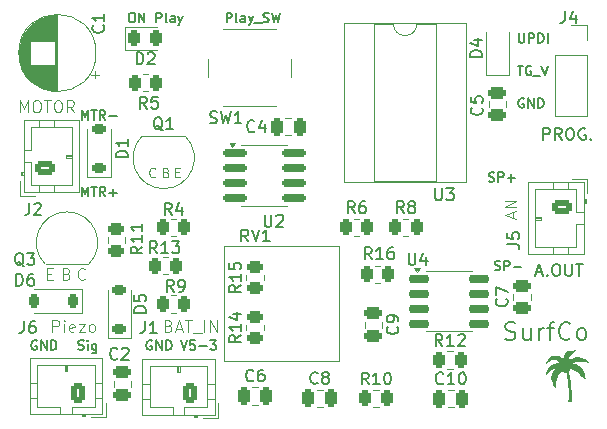
<source format=gto>
%TF.GenerationSoftware,KiCad,Pcbnew,8.0.0*%
%TF.CreationDate,2024-09-29T18:30:20+09:00*%
%TF.ProjectId,tiny402_sounds_player_V2_0807_,74696e79-3430-4325-9f73-6f756e64735f,rev?*%
%TF.SameCoordinates,Original*%
%TF.FileFunction,Legend,Top*%
%TF.FilePolarity,Positive*%
%FSLAX46Y46*%
G04 Gerber Fmt 4.6, Leading zero omitted, Abs format (unit mm)*
G04 Created by KiCad (PCBNEW 8.0.0) date 2024-09-29 18:30:20*
%MOMM*%
%LPD*%
G01*
G04 APERTURE LIST*
G04 Aperture macros list*
%AMRoundRect*
0 Rectangle with rounded corners*
0 $1 Rounding radius*
0 $2 $3 $4 $5 $6 $7 $8 $9 X,Y pos of 4 corners*
0 Add a 4 corners polygon primitive as box body*
4,1,4,$2,$3,$4,$5,$6,$7,$8,$9,$2,$3,0*
0 Add four circle primitives for the rounded corners*
1,1,$1+$1,$2,$3*
1,1,$1+$1,$4,$5*
1,1,$1+$1,$6,$7*
1,1,$1+$1,$8,$9*
0 Add four rect primitives between the rounded corners*
20,1,$1+$1,$2,$3,$4,$5,0*
20,1,$1+$1,$4,$5,$6,$7,0*
20,1,$1+$1,$6,$7,$8,$9,0*
20,1,$1+$1,$8,$9,$2,$3,0*%
G04 Aperture macros list end*
%ADD10C,0.100000*%
%ADD11C,0.200000*%
%ADD12C,0.125000*%
%ADD13C,0.150000*%
%ADD14C,0.120000*%
%ADD15C,0.000000*%
%ADD16RoundRect,0.250000X0.262500X0.450000X-0.262500X0.450000X-0.262500X-0.450000X0.262500X-0.450000X0*%
%ADD17RoundRect,0.250000X0.475000X-0.250000X0.475000X0.250000X-0.475000X0.250000X-0.475000X-0.250000X0*%
%ADD18RoundRect,0.250000X-0.262500X-0.450000X0.262500X-0.450000X0.262500X0.450000X-0.262500X0.450000X0*%
%ADD19RoundRect,0.250000X0.450000X-0.262500X0.450000X0.262500X-0.450000X0.262500X-0.450000X-0.262500X0*%
%ADD20RoundRect,0.250000X-0.475000X0.250000X-0.475000X-0.250000X0.475000X-0.250000X0.475000X0.250000X0*%
%ADD21RoundRect,0.150000X-0.725000X-0.150000X0.725000X-0.150000X0.725000X0.150000X-0.725000X0.150000X0*%
%ADD22RoundRect,0.150000X-0.825000X-0.150000X0.825000X-0.150000X0.825000X0.150000X-0.825000X0.150000X0*%
%ADD23R,1.200000X1.200000*%
%ADD24RoundRect,0.250000X0.625000X-0.350000X0.625000X0.350000X-0.625000X0.350000X-0.625000X-0.350000X0*%
%ADD25O,1.750000X1.200000*%
%ADD26C,1.440000*%
%ADD27RoundRect,0.250000X-0.250000X-0.475000X0.250000X-0.475000X0.250000X0.475000X-0.250000X0.475000X0*%
%ADD28RoundRect,0.225000X0.225000X0.375000X-0.225000X0.375000X-0.225000X-0.375000X0.225000X-0.375000X0*%
%ADD29R,1.600000X1.600000*%
%ADD30C,1.600000*%
%ADD31RoundRect,0.225000X0.375000X-0.225000X0.375000X0.225000X-0.375000X0.225000X-0.375000X-0.225000X0*%
%ADD32R,1.700000X1.700000*%
%ADD33O,1.700000X1.700000*%
%ADD34RoundRect,0.250000X0.350000X0.625000X-0.350000X0.625000X-0.350000X-0.625000X0.350000X-0.625000X0*%
%ADD35O,1.200000X1.750000*%
%ADD36R,1.050000X1.500000*%
%ADD37O,1.050000X1.500000*%
%ADD38C,2.000000*%
%ADD39RoundRect,0.250000X-0.625000X0.350000X-0.625000X-0.350000X0.625000X-0.350000X0.625000X0.350000X0*%
%ADD40RoundRect,0.243750X-0.243750X-0.456250X0.243750X-0.456250X0.243750X0.456250X-0.243750X0.456250X0*%
G04 APERTURE END LIST*
D10*
X106575312Y-87877180D02*
X106527693Y-87924800D01*
X106527693Y-87924800D02*
X106384836Y-87972419D01*
X106384836Y-87972419D02*
X106289598Y-87972419D01*
X106289598Y-87972419D02*
X106146741Y-87924800D01*
X106146741Y-87924800D02*
X106051503Y-87829561D01*
X106051503Y-87829561D02*
X106003884Y-87734323D01*
X106003884Y-87734323D02*
X105956265Y-87543847D01*
X105956265Y-87543847D02*
X105956265Y-87400990D01*
X105956265Y-87400990D02*
X106003884Y-87210514D01*
X106003884Y-87210514D02*
X106051503Y-87115276D01*
X106051503Y-87115276D02*
X106146741Y-87020038D01*
X106146741Y-87020038D02*
X106289598Y-86972419D01*
X106289598Y-86972419D02*
X106384836Y-86972419D01*
X106384836Y-86972419D02*
X106527693Y-87020038D01*
X106527693Y-87020038D02*
X106575312Y-87067657D01*
D11*
X114707768Y-93091695D02*
X114974435Y-93891695D01*
X114974435Y-93891695D02*
X115241101Y-93091695D01*
X115888720Y-93091695D02*
X115507768Y-93091695D01*
X115507768Y-93091695D02*
X115469672Y-93472647D01*
X115469672Y-93472647D02*
X115507768Y-93434552D01*
X115507768Y-93434552D02*
X115583958Y-93396457D01*
X115583958Y-93396457D02*
X115774434Y-93396457D01*
X115774434Y-93396457D02*
X115850625Y-93434552D01*
X115850625Y-93434552D02*
X115888720Y-93472647D01*
X115888720Y-93472647D02*
X115926815Y-93548838D01*
X115926815Y-93548838D02*
X115926815Y-93739314D01*
X115926815Y-93739314D02*
X115888720Y-93815504D01*
X115888720Y-93815504D02*
X115850625Y-93853600D01*
X115850625Y-93853600D02*
X115774434Y-93891695D01*
X115774434Y-93891695D02*
X115583958Y-93891695D01*
X115583958Y-93891695D02*
X115507768Y-93853600D01*
X115507768Y-93853600D02*
X115469672Y-93815504D01*
X116269673Y-93586933D02*
X116879197Y-93586933D01*
X117183958Y-93091695D02*
X117679196Y-93091695D01*
X117679196Y-93091695D02*
X117412530Y-93396457D01*
X117412530Y-93396457D02*
X117526815Y-93396457D01*
X117526815Y-93396457D02*
X117603006Y-93434552D01*
X117603006Y-93434552D02*
X117641101Y-93472647D01*
X117641101Y-93472647D02*
X117679196Y-93548838D01*
X117679196Y-93548838D02*
X117679196Y-93739314D01*
X117679196Y-93739314D02*
X117641101Y-93815504D01*
X117641101Y-93815504D02*
X117603006Y-93853600D01*
X117603006Y-93853600D02*
X117526815Y-93891695D01*
X117526815Y-93891695D02*
X117298244Y-93891695D01*
X117298244Y-93891695D02*
X117222053Y-93853600D01*
X117222053Y-93853600D02*
X117183958Y-93815504D01*
X106033958Y-93853600D02*
X106148244Y-93891695D01*
X106148244Y-93891695D02*
X106338720Y-93891695D01*
X106338720Y-93891695D02*
X106414911Y-93853600D01*
X106414911Y-93853600D02*
X106453006Y-93815504D01*
X106453006Y-93815504D02*
X106491101Y-93739314D01*
X106491101Y-93739314D02*
X106491101Y-93663123D01*
X106491101Y-93663123D02*
X106453006Y-93586933D01*
X106453006Y-93586933D02*
X106414911Y-93548838D01*
X106414911Y-93548838D02*
X106338720Y-93510742D01*
X106338720Y-93510742D02*
X106186339Y-93472647D01*
X106186339Y-93472647D02*
X106110149Y-93434552D01*
X106110149Y-93434552D02*
X106072054Y-93396457D01*
X106072054Y-93396457D02*
X106033958Y-93320266D01*
X106033958Y-93320266D02*
X106033958Y-93244076D01*
X106033958Y-93244076D02*
X106072054Y-93167885D01*
X106072054Y-93167885D02*
X106110149Y-93129790D01*
X106110149Y-93129790D02*
X106186339Y-93091695D01*
X106186339Y-93091695D02*
X106376816Y-93091695D01*
X106376816Y-93091695D02*
X106491101Y-93129790D01*
X106833959Y-93891695D02*
X106833959Y-93358361D01*
X106833959Y-93091695D02*
X106795863Y-93129790D01*
X106795863Y-93129790D02*
X106833959Y-93167885D01*
X106833959Y-93167885D02*
X106872054Y-93129790D01*
X106872054Y-93129790D02*
X106833959Y-93091695D01*
X106833959Y-93091695D02*
X106833959Y-93167885D01*
X107557768Y-93358361D02*
X107557768Y-94005980D01*
X107557768Y-94005980D02*
X107519673Y-94082171D01*
X107519673Y-94082171D02*
X107481577Y-94120266D01*
X107481577Y-94120266D02*
X107405387Y-94158361D01*
X107405387Y-94158361D02*
X107291101Y-94158361D01*
X107291101Y-94158361D02*
X107214911Y-94120266D01*
X107557768Y-93853600D02*
X107481577Y-93891695D01*
X107481577Y-93891695D02*
X107329196Y-93891695D01*
X107329196Y-93891695D02*
X107253006Y-93853600D01*
X107253006Y-93853600D02*
X107214911Y-93815504D01*
X107214911Y-93815504D02*
X107176815Y-93739314D01*
X107176815Y-93739314D02*
X107176815Y-93510742D01*
X107176815Y-93510742D02*
X107214911Y-93434552D01*
X107214911Y-93434552D02*
X107253006Y-93396457D01*
X107253006Y-93396457D02*
X107329196Y-93358361D01*
X107329196Y-93358361D02*
X107481577Y-93358361D01*
X107481577Y-93358361D02*
X107557768Y-93396457D01*
X102491101Y-93129790D02*
X102414911Y-93091695D01*
X102414911Y-93091695D02*
X102300625Y-93091695D01*
X102300625Y-93091695D02*
X102186339Y-93129790D01*
X102186339Y-93129790D02*
X102110149Y-93205980D01*
X102110149Y-93205980D02*
X102072054Y-93282171D01*
X102072054Y-93282171D02*
X102033958Y-93434552D01*
X102033958Y-93434552D02*
X102033958Y-93548838D01*
X102033958Y-93548838D02*
X102072054Y-93701219D01*
X102072054Y-93701219D02*
X102110149Y-93777409D01*
X102110149Y-93777409D02*
X102186339Y-93853600D01*
X102186339Y-93853600D02*
X102300625Y-93891695D01*
X102300625Y-93891695D02*
X102376816Y-93891695D01*
X102376816Y-93891695D02*
X102491101Y-93853600D01*
X102491101Y-93853600D02*
X102529197Y-93815504D01*
X102529197Y-93815504D02*
X102529197Y-93548838D01*
X102529197Y-93548838D02*
X102376816Y-93548838D01*
X102872054Y-93891695D02*
X102872054Y-93091695D01*
X102872054Y-93091695D02*
X103329197Y-93891695D01*
X103329197Y-93891695D02*
X103329197Y-93091695D01*
X103710149Y-93891695D02*
X103710149Y-93091695D01*
X103710149Y-93091695D02*
X103900625Y-93091695D01*
X103900625Y-93091695D02*
X104014911Y-93129790D01*
X104014911Y-93129790D02*
X104091101Y-93205980D01*
X104091101Y-93205980D02*
X104129196Y-93282171D01*
X104129196Y-93282171D02*
X104167292Y-93434552D01*
X104167292Y-93434552D02*
X104167292Y-93548838D01*
X104167292Y-93548838D02*
X104129196Y-93701219D01*
X104129196Y-93701219D02*
X104091101Y-93777409D01*
X104091101Y-93777409D02*
X104014911Y-93853600D01*
X104014911Y-93853600D02*
X103900625Y-93891695D01*
X103900625Y-93891695D02*
X103710149Y-93891695D01*
D12*
X142835404Y-82727287D02*
X142835404Y-82251097D01*
X143121119Y-82822525D02*
X142121119Y-82489192D01*
X142121119Y-82489192D02*
X143121119Y-82155859D01*
X143121119Y-81822525D02*
X142121119Y-81822525D01*
X142121119Y-81822525D02*
X143121119Y-81251097D01*
X143121119Y-81251097D02*
X142121119Y-81251097D01*
D11*
X106322054Y-74391695D02*
X106322054Y-73591695D01*
X106322054Y-73591695D02*
X106588720Y-74163123D01*
X106588720Y-74163123D02*
X106855387Y-73591695D01*
X106855387Y-73591695D02*
X106855387Y-74391695D01*
X107122054Y-73591695D02*
X107579197Y-73591695D01*
X107350625Y-74391695D02*
X107350625Y-73591695D01*
X108303007Y-74391695D02*
X108036340Y-74010742D01*
X107845864Y-74391695D02*
X107845864Y-73591695D01*
X107845864Y-73591695D02*
X108150626Y-73591695D01*
X108150626Y-73591695D02*
X108226816Y-73629790D01*
X108226816Y-73629790D02*
X108264911Y-73667885D01*
X108264911Y-73667885D02*
X108303007Y-73744076D01*
X108303007Y-73744076D02*
X108303007Y-73858361D01*
X108303007Y-73858361D02*
X108264911Y-73934552D01*
X108264911Y-73934552D02*
X108226816Y-73972647D01*
X108226816Y-73972647D02*
X108150626Y-74010742D01*
X108150626Y-74010742D02*
X107845864Y-74010742D01*
X108645864Y-74086933D02*
X109255388Y-74086933D01*
D12*
X113653664Y-91847309D02*
X113796521Y-91894928D01*
X113796521Y-91894928D02*
X113844140Y-91942547D01*
X113844140Y-91942547D02*
X113891759Y-92037785D01*
X113891759Y-92037785D02*
X113891759Y-92180642D01*
X113891759Y-92180642D02*
X113844140Y-92275880D01*
X113844140Y-92275880D02*
X113796521Y-92323500D01*
X113796521Y-92323500D02*
X113701283Y-92371119D01*
X113701283Y-92371119D02*
X113320331Y-92371119D01*
X113320331Y-92371119D02*
X113320331Y-91371119D01*
X113320331Y-91371119D02*
X113653664Y-91371119D01*
X113653664Y-91371119D02*
X113748902Y-91418738D01*
X113748902Y-91418738D02*
X113796521Y-91466357D01*
X113796521Y-91466357D02*
X113844140Y-91561595D01*
X113844140Y-91561595D02*
X113844140Y-91656833D01*
X113844140Y-91656833D02*
X113796521Y-91752071D01*
X113796521Y-91752071D02*
X113748902Y-91799690D01*
X113748902Y-91799690D02*
X113653664Y-91847309D01*
X113653664Y-91847309D02*
X113320331Y-91847309D01*
X114272712Y-92085404D02*
X114748902Y-92085404D01*
X114177474Y-92371119D02*
X114510807Y-91371119D01*
X114510807Y-91371119D02*
X114844140Y-92371119D01*
X115034617Y-91371119D02*
X115606045Y-91371119D01*
X115320331Y-92371119D02*
X115320331Y-91371119D01*
X115701284Y-92466357D02*
X116463188Y-92466357D01*
X116701284Y-92371119D02*
X116701284Y-91371119D01*
X117177474Y-92371119D02*
X117177474Y-91371119D01*
X117177474Y-91371119D02*
X117748902Y-92371119D01*
X117748902Y-92371119D02*
X117748902Y-91371119D01*
D11*
X143741101Y-72629790D02*
X143664911Y-72591695D01*
X143664911Y-72591695D02*
X143550625Y-72591695D01*
X143550625Y-72591695D02*
X143436339Y-72629790D01*
X143436339Y-72629790D02*
X143360149Y-72705980D01*
X143360149Y-72705980D02*
X143322054Y-72782171D01*
X143322054Y-72782171D02*
X143283958Y-72934552D01*
X143283958Y-72934552D02*
X143283958Y-73048838D01*
X143283958Y-73048838D02*
X143322054Y-73201219D01*
X143322054Y-73201219D02*
X143360149Y-73277409D01*
X143360149Y-73277409D02*
X143436339Y-73353600D01*
X143436339Y-73353600D02*
X143550625Y-73391695D01*
X143550625Y-73391695D02*
X143626816Y-73391695D01*
X143626816Y-73391695D02*
X143741101Y-73353600D01*
X143741101Y-73353600D02*
X143779197Y-73315504D01*
X143779197Y-73315504D02*
X143779197Y-73048838D01*
X143779197Y-73048838D02*
X143626816Y-73048838D01*
X144122054Y-73391695D02*
X144122054Y-72591695D01*
X144122054Y-72591695D02*
X144579197Y-73391695D01*
X144579197Y-73391695D02*
X144579197Y-72591695D01*
X144960149Y-73391695D02*
X144960149Y-72591695D01*
X144960149Y-72591695D02*
X145150625Y-72591695D01*
X145150625Y-72591695D02*
X145264911Y-72629790D01*
X145264911Y-72629790D02*
X145341101Y-72705980D01*
X145341101Y-72705980D02*
X145379196Y-72782171D01*
X145379196Y-72782171D02*
X145417292Y-72934552D01*
X145417292Y-72934552D02*
X145417292Y-73048838D01*
X145417292Y-73048838D02*
X145379196Y-73201219D01*
X145379196Y-73201219D02*
X145341101Y-73277409D01*
X145341101Y-73277409D02*
X145264911Y-73353600D01*
X145264911Y-73353600D02*
X145150625Y-73391695D01*
X145150625Y-73391695D02*
X144960149Y-73391695D01*
X112241101Y-93129790D02*
X112164911Y-93091695D01*
X112164911Y-93091695D02*
X112050625Y-93091695D01*
X112050625Y-93091695D02*
X111936339Y-93129790D01*
X111936339Y-93129790D02*
X111860149Y-93205980D01*
X111860149Y-93205980D02*
X111822054Y-93282171D01*
X111822054Y-93282171D02*
X111783958Y-93434552D01*
X111783958Y-93434552D02*
X111783958Y-93548838D01*
X111783958Y-93548838D02*
X111822054Y-93701219D01*
X111822054Y-93701219D02*
X111860149Y-93777409D01*
X111860149Y-93777409D02*
X111936339Y-93853600D01*
X111936339Y-93853600D02*
X112050625Y-93891695D01*
X112050625Y-93891695D02*
X112126816Y-93891695D01*
X112126816Y-93891695D02*
X112241101Y-93853600D01*
X112241101Y-93853600D02*
X112279197Y-93815504D01*
X112279197Y-93815504D02*
X112279197Y-93548838D01*
X112279197Y-93548838D02*
X112126816Y-93548838D01*
X112622054Y-93891695D02*
X112622054Y-93091695D01*
X112622054Y-93091695D02*
X113079197Y-93891695D01*
X113079197Y-93891695D02*
X113079197Y-93091695D01*
X113460149Y-93891695D02*
X113460149Y-93091695D01*
X113460149Y-93091695D02*
X113650625Y-93091695D01*
X113650625Y-93091695D02*
X113764911Y-93129790D01*
X113764911Y-93129790D02*
X113841101Y-93205980D01*
X113841101Y-93205980D02*
X113879196Y-93282171D01*
X113879196Y-93282171D02*
X113917292Y-93434552D01*
X113917292Y-93434552D02*
X113917292Y-93548838D01*
X113917292Y-93548838D02*
X113879196Y-93701219D01*
X113879196Y-93701219D02*
X113841101Y-93777409D01*
X113841101Y-93777409D02*
X113764911Y-93853600D01*
X113764911Y-93853600D02*
X113650625Y-93891695D01*
X113650625Y-93891695D02*
X113460149Y-93891695D01*
D10*
X114240877Y-78867847D02*
X114507543Y-78867847D01*
X114621829Y-79286895D02*
X114240877Y-79286895D01*
X114240877Y-79286895D02*
X114240877Y-78486895D01*
X114240877Y-78486895D02*
X114621829Y-78486895D01*
D11*
X143322054Y-67091695D02*
X143322054Y-67739314D01*
X143322054Y-67739314D02*
X143360149Y-67815504D01*
X143360149Y-67815504D02*
X143398244Y-67853600D01*
X143398244Y-67853600D02*
X143474435Y-67891695D01*
X143474435Y-67891695D02*
X143626816Y-67891695D01*
X143626816Y-67891695D02*
X143703006Y-67853600D01*
X143703006Y-67853600D02*
X143741101Y-67815504D01*
X143741101Y-67815504D02*
X143779197Y-67739314D01*
X143779197Y-67739314D02*
X143779197Y-67091695D01*
X144160149Y-67891695D02*
X144160149Y-67091695D01*
X144160149Y-67091695D02*
X144464911Y-67091695D01*
X144464911Y-67091695D02*
X144541101Y-67129790D01*
X144541101Y-67129790D02*
X144579196Y-67167885D01*
X144579196Y-67167885D02*
X144617292Y-67244076D01*
X144617292Y-67244076D02*
X144617292Y-67358361D01*
X144617292Y-67358361D02*
X144579196Y-67434552D01*
X144579196Y-67434552D02*
X144541101Y-67472647D01*
X144541101Y-67472647D02*
X144464911Y-67510742D01*
X144464911Y-67510742D02*
X144160149Y-67510742D01*
X144960149Y-67891695D02*
X144960149Y-67091695D01*
X144960149Y-67091695D02*
X145150625Y-67091695D01*
X145150625Y-67091695D02*
X145264911Y-67129790D01*
X145264911Y-67129790D02*
X145341101Y-67205980D01*
X145341101Y-67205980D02*
X145379196Y-67282171D01*
X145379196Y-67282171D02*
X145417292Y-67434552D01*
X145417292Y-67434552D02*
X145417292Y-67548838D01*
X145417292Y-67548838D02*
X145379196Y-67701219D01*
X145379196Y-67701219D02*
X145341101Y-67777409D01*
X145341101Y-67777409D02*
X145264911Y-67853600D01*
X145264911Y-67853600D02*
X145150625Y-67891695D01*
X145150625Y-67891695D02*
X144960149Y-67891695D01*
X145760149Y-67891695D02*
X145760149Y-67091695D01*
X106322054Y-80891695D02*
X106322054Y-80091695D01*
X106322054Y-80091695D02*
X106588720Y-80663123D01*
X106588720Y-80663123D02*
X106855387Y-80091695D01*
X106855387Y-80091695D02*
X106855387Y-80891695D01*
X107122054Y-80091695D02*
X107579197Y-80091695D01*
X107350625Y-80891695D02*
X107350625Y-80091695D01*
X108303007Y-80891695D02*
X108036340Y-80510742D01*
X107845864Y-80891695D02*
X107845864Y-80091695D01*
X107845864Y-80091695D02*
X108150626Y-80091695D01*
X108150626Y-80091695D02*
X108226816Y-80129790D01*
X108226816Y-80129790D02*
X108264911Y-80167885D01*
X108264911Y-80167885D02*
X108303007Y-80244076D01*
X108303007Y-80244076D02*
X108303007Y-80358361D01*
X108303007Y-80358361D02*
X108264911Y-80434552D01*
X108264911Y-80434552D02*
X108226816Y-80472647D01*
X108226816Y-80472647D02*
X108150626Y-80510742D01*
X108150626Y-80510742D02*
X107845864Y-80510742D01*
X108645864Y-80586933D02*
X109255388Y-80586933D01*
X108950626Y-80891695D02*
X108950626Y-80282171D01*
D10*
X113431353Y-78867847D02*
X113545639Y-78905942D01*
X113545639Y-78905942D02*
X113583734Y-78944038D01*
X113583734Y-78944038D02*
X113621830Y-79020228D01*
X113621830Y-79020228D02*
X113621830Y-79134514D01*
X113621830Y-79134514D02*
X113583734Y-79210704D01*
X113583734Y-79210704D02*
X113545639Y-79248800D01*
X113545639Y-79248800D02*
X113469449Y-79286895D01*
X113469449Y-79286895D02*
X113164687Y-79286895D01*
X113164687Y-79286895D02*
X113164687Y-78486895D01*
X113164687Y-78486895D02*
X113431353Y-78486895D01*
X113431353Y-78486895D02*
X113507544Y-78524990D01*
X113507544Y-78524990D02*
X113545639Y-78563085D01*
X113545639Y-78563085D02*
X113583734Y-78639276D01*
X113583734Y-78639276D02*
X113583734Y-78715466D01*
X113583734Y-78715466D02*
X113545639Y-78791657D01*
X113545639Y-78791657D02*
X113507544Y-78829752D01*
X113507544Y-78829752D02*
X113431353Y-78867847D01*
X113431353Y-78867847D02*
X113164687Y-78867847D01*
D12*
X101070331Y-73761175D02*
X101070331Y-72761175D01*
X101070331Y-72761175D02*
X101403664Y-73475460D01*
X101403664Y-73475460D02*
X101736997Y-72761175D01*
X101736997Y-72761175D02*
X101736997Y-73761175D01*
X102403664Y-72761175D02*
X102594140Y-72761175D01*
X102594140Y-72761175D02*
X102689378Y-72808794D01*
X102689378Y-72808794D02*
X102784616Y-72904032D01*
X102784616Y-72904032D02*
X102832235Y-73094508D01*
X102832235Y-73094508D02*
X102832235Y-73427841D01*
X102832235Y-73427841D02*
X102784616Y-73618317D01*
X102784616Y-73618317D02*
X102689378Y-73713556D01*
X102689378Y-73713556D02*
X102594140Y-73761175D01*
X102594140Y-73761175D02*
X102403664Y-73761175D01*
X102403664Y-73761175D02*
X102308426Y-73713556D01*
X102308426Y-73713556D02*
X102213188Y-73618317D01*
X102213188Y-73618317D02*
X102165569Y-73427841D01*
X102165569Y-73427841D02*
X102165569Y-73094508D01*
X102165569Y-73094508D02*
X102213188Y-72904032D01*
X102213188Y-72904032D02*
X102308426Y-72808794D01*
X102308426Y-72808794D02*
X102403664Y-72761175D01*
X103117950Y-72761175D02*
X103689378Y-72761175D01*
X103403664Y-73761175D02*
X103403664Y-72761175D01*
X104213188Y-72761175D02*
X104403664Y-72761175D01*
X104403664Y-72761175D02*
X104498902Y-72808794D01*
X104498902Y-72808794D02*
X104594140Y-72904032D01*
X104594140Y-72904032D02*
X104641759Y-73094508D01*
X104641759Y-73094508D02*
X104641759Y-73427841D01*
X104641759Y-73427841D02*
X104594140Y-73618317D01*
X104594140Y-73618317D02*
X104498902Y-73713556D01*
X104498902Y-73713556D02*
X104403664Y-73761175D01*
X104403664Y-73761175D02*
X104213188Y-73761175D01*
X104213188Y-73761175D02*
X104117950Y-73713556D01*
X104117950Y-73713556D02*
X104022712Y-73618317D01*
X104022712Y-73618317D02*
X103975093Y-73427841D01*
X103975093Y-73427841D02*
X103975093Y-73094508D01*
X103975093Y-73094508D02*
X104022712Y-72904032D01*
X104022712Y-72904032D02*
X104117950Y-72808794D01*
X104117950Y-72808794D02*
X104213188Y-72761175D01*
X105641759Y-73761175D02*
X105308426Y-73284984D01*
X105070331Y-73761175D02*
X105070331Y-72761175D01*
X105070331Y-72761175D02*
X105451283Y-72761175D01*
X105451283Y-72761175D02*
X105546521Y-72808794D01*
X105546521Y-72808794D02*
X105594140Y-72856413D01*
X105594140Y-72856413D02*
X105641759Y-72951651D01*
X105641759Y-72951651D02*
X105641759Y-73094508D01*
X105641759Y-73094508D02*
X105594140Y-73189746D01*
X105594140Y-73189746D02*
X105546521Y-73237365D01*
X105546521Y-73237365D02*
X105451283Y-73284984D01*
X105451283Y-73284984D02*
X105070331Y-73284984D01*
X103820331Y-92371119D02*
X103820331Y-91371119D01*
X103820331Y-91371119D02*
X104201283Y-91371119D01*
X104201283Y-91371119D02*
X104296521Y-91418738D01*
X104296521Y-91418738D02*
X104344140Y-91466357D01*
X104344140Y-91466357D02*
X104391759Y-91561595D01*
X104391759Y-91561595D02*
X104391759Y-91704452D01*
X104391759Y-91704452D02*
X104344140Y-91799690D01*
X104344140Y-91799690D02*
X104296521Y-91847309D01*
X104296521Y-91847309D02*
X104201283Y-91894928D01*
X104201283Y-91894928D02*
X103820331Y-91894928D01*
X104820331Y-92371119D02*
X104820331Y-91704452D01*
X104820331Y-91371119D02*
X104772712Y-91418738D01*
X104772712Y-91418738D02*
X104820331Y-91466357D01*
X104820331Y-91466357D02*
X104867950Y-91418738D01*
X104867950Y-91418738D02*
X104820331Y-91371119D01*
X104820331Y-91371119D02*
X104820331Y-91466357D01*
X105677473Y-92323500D02*
X105582235Y-92371119D01*
X105582235Y-92371119D02*
X105391759Y-92371119D01*
X105391759Y-92371119D02*
X105296521Y-92323500D01*
X105296521Y-92323500D02*
X105248902Y-92228261D01*
X105248902Y-92228261D02*
X105248902Y-91847309D01*
X105248902Y-91847309D02*
X105296521Y-91752071D01*
X105296521Y-91752071D02*
X105391759Y-91704452D01*
X105391759Y-91704452D02*
X105582235Y-91704452D01*
X105582235Y-91704452D02*
X105677473Y-91752071D01*
X105677473Y-91752071D02*
X105725092Y-91847309D01*
X105725092Y-91847309D02*
X105725092Y-91942547D01*
X105725092Y-91942547D02*
X105248902Y-92037785D01*
X106058426Y-91704452D02*
X106582235Y-91704452D01*
X106582235Y-91704452D02*
X106058426Y-92371119D01*
X106058426Y-92371119D02*
X106582235Y-92371119D01*
X107106045Y-92371119D02*
X107010807Y-92323500D01*
X107010807Y-92323500D02*
X106963188Y-92275880D01*
X106963188Y-92275880D02*
X106915569Y-92180642D01*
X106915569Y-92180642D02*
X106915569Y-91894928D01*
X106915569Y-91894928D02*
X106963188Y-91799690D01*
X106963188Y-91799690D02*
X107010807Y-91752071D01*
X107010807Y-91752071D02*
X107106045Y-91704452D01*
X107106045Y-91704452D02*
X107248902Y-91704452D01*
X107248902Y-91704452D02*
X107344140Y-91752071D01*
X107344140Y-91752071D02*
X107391759Y-91799690D01*
X107391759Y-91799690D02*
X107439378Y-91894928D01*
X107439378Y-91894928D02*
X107439378Y-92180642D01*
X107439378Y-92180642D02*
X107391759Y-92275880D01*
X107391759Y-92275880D02*
X107344140Y-92323500D01*
X107344140Y-92323500D02*
X107248902Y-92371119D01*
X107248902Y-92371119D02*
X107106045Y-92371119D01*
D11*
X145369673Y-76117219D02*
X145369673Y-75117219D01*
X145369673Y-75117219D02*
X145750625Y-75117219D01*
X145750625Y-75117219D02*
X145845863Y-75164838D01*
X145845863Y-75164838D02*
X145893482Y-75212457D01*
X145893482Y-75212457D02*
X145941101Y-75307695D01*
X145941101Y-75307695D02*
X145941101Y-75450552D01*
X145941101Y-75450552D02*
X145893482Y-75545790D01*
X145893482Y-75545790D02*
X145845863Y-75593409D01*
X145845863Y-75593409D02*
X145750625Y-75641028D01*
X145750625Y-75641028D02*
X145369673Y-75641028D01*
X146941101Y-76117219D02*
X146607768Y-75641028D01*
X146369673Y-76117219D02*
X146369673Y-75117219D01*
X146369673Y-75117219D02*
X146750625Y-75117219D01*
X146750625Y-75117219D02*
X146845863Y-75164838D01*
X146845863Y-75164838D02*
X146893482Y-75212457D01*
X146893482Y-75212457D02*
X146941101Y-75307695D01*
X146941101Y-75307695D02*
X146941101Y-75450552D01*
X146941101Y-75450552D02*
X146893482Y-75545790D01*
X146893482Y-75545790D02*
X146845863Y-75593409D01*
X146845863Y-75593409D02*
X146750625Y-75641028D01*
X146750625Y-75641028D02*
X146369673Y-75641028D01*
X147560149Y-75117219D02*
X147750625Y-75117219D01*
X147750625Y-75117219D02*
X147845863Y-75164838D01*
X147845863Y-75164838D02*
X147941101Y-75260076D01*
X147941101Y-75260076D02*
X147988720Y-75450552D01*
X147988720Y-75450552D02*
X147988720Y-75783885D01*
X147988720Y-75783885D02*
X147941101Y-75974361D01*
X147941101Y-75974361D02*
X147845863Y-76069600D01*
X147845863Y-76069600D02*
X147750625Y-76117219D01*
X147750625Y-76117219D02*
X147560149Y-76117219D01*
X147560149Y-76117219D02*
X147464911Y-76069600D01*
X147464911Y-76069600D02*
X147369673Y-75974361D01*
X147369673Y-75974361D02*
X147322054Y-75783885D01*
X147322054Y-75783885D02*
X147322054Y-75450552D01*
X147322054Y-75450552D02*
X147369673Y-75260076D01*
X147369673Y-75260076D02*
X147464911Y-75164838D01*
X147464911Y-75164838D02*
X147560149Y-75117219D01*
X148941101Y-75164838D02*
X148845863Y-75117219D01*
X148845863Y-75117219D02*
X148703006Y-75117219D01*
X148703006Y-75117219D02*
X148560149Y-75164838D01*
X148560149Y-75164838D02*
X148464911Y-75260076D01*
X148464911Y-75260076D02*
X148417292Y-75355314D01*
X148417292Y-75355314D02*
X148369673Y-75545790D01*
X148369673Y-75545790D02*
X148369673Y-75688647D01*
X148369673Y-75688647D02*
X148417292Y-75879123D01*
X148417292Y-75879123D02*
X148464911Y-75974361D01*
X148464911Y-75974361D02*
X148560149Y-76069600D01*
X148560149Y-76069600D02*
X148703006Y-76117219D01*
X148703006Y-76117219D02*
X148798244Y-76117219D01*
X148798244Y-76117219D02*
X148941101Y-76069600D01*
X148941101Y-76069600D02*
X148988720Y-76021980D01*
X148988720Y-76021980D02*
X148988720Y-75688647D01*
X148988720Y-75688647D02*
X148798244Y-75688647D01*
X149417292Y-76021980D02*
X149464911Y-76069600D01*
X149464911Y-76069600D02*
X149417292Y-76117219D01*
X149417292Y-76117219D02*
X149369673Y-76069600D01*
X149369673Y-76069600D02*
X149417292Y-76021980D01*
X149417292Y-76021980D02*
X149417292Y-76117219D01*
D10*
X105037217Y-87448609D02*
X105180074Y-87496228D01*
X105180074Y-87496228D02*
X105227693Y-87543847D01*
X105227693Y-87543847D02*
X105275312Y-87639085D01*
X105275312Y-87639085D02*
X105275312Y-87781942D01*
X105275312Y-87781942D02*
X105227693Y-87877180D01*
X105227693Y-87877180D02*
X105180074Y-87924800D01*
X105180074Y-87924800D02*
X105084836Y-87972419D01*
X105084836Y-87972419D02*
X104703884Y-87972419D01*
X104703884Y-87972419D02*
X104703884Y-86972419D01*
X104703884Y-86972419D02*
X105037217Y-86972419D01*
X105037217Y-86972419D02*
X105132455Y-87020038D01*
X105132455Y-87020038D02*
X105180074Y-87067657D01*
X105180074Y-87067657D02*
X105227693Y-87162895D01*
X105227693Y-87162895D02*
X105227693Y-87258133D01*
X105227693Y-87258133D02*
X105180074Y-87353371D01*
X105180074Y-87353371D02*
X105132455Y-87400990D01*
X105132455Y-87400990D02*
X105037217Y-87448609D01*
X105037217Y-87448609D02*
X104703884Y-87448609D01*
D11*
X118572054Y-66141695D02*
X118572054Y-65341695D01*
X118572054Y-65341695D02*
X118876816Y-65341695D01*
X118876816Y-65341695D02*
X118953006Y-65379790D01*
X118953006Y-65379790D02*
X118991101Y-65417885D01*
X118991101Y-65417885D02*
X119029197Y-65494076D01*
X119029197Y-65494076D02*
X119029197Y-65608361D01*
X119029197Y-65608361D02*
X118991101Y-65684552D01*
X118991101Y-65684552D02*
X118953006Y-65722647D01*
X118953006Y-65722647D02*
X118876816Y-65760742D01*
X118876816Y-65760742D02*
X118572054Y-65760742D01*
X119486339Y-66141695D02*
X119410149Y-66103600D01*
X119410149Y-66103600D02*
X119372054Y-66027409D01*
X119372054Y-66027409D02*
X119372054Y-65341695D01*
X120133959Y-66141695D02*
X120133959Y-65722647D01*
X120133959Y-65722647D02*
X120095864Y-65646457D01*
X120095864Y-65646457D02*
X120019673Y-65608361D01*
X120019673Y-65608361D02*
X119867292Y-65608361D01*
X119867292Y-65608361D02*
X119791102Y-65646457D01*
X120133959Y-66103600D02*
X120057768Y-66141695D01*
X120057768Y-66141695D02*
X119867292Y-66141695D01*
X119867292Y-66141695D02*
X119791102Y-66103600D01*
X119791102Y-66103600D02*
X119753006Y-66027409D01*
X119753006Y-66027409D02*
X119753006Y-65951219D01*
X119753006Y-65951219D02*
X119791102Y-65875028D01*
X119791102Y-65875028D02*
X119867292Y-65836933D01*
X119867292Y-65836933D02*
X120057768Y-65836933D01*
X120057768Y-65836933D02*
X120133959Y-65798838D01*
X120438721Y-65608361D02*
X120629197Y-66141695D01*
X120819674Y-65608361D02*
X120629197Y-66141695D01*
X120629197Y-66141695D02*
X120553007Y-66332171D01*
X120553007Y-66332171D02*
X120514912Y-66370266D01*
X120514912Y-66370266D02*
X120438721Y-66408361D01*
X120933960Y-66217885D02*
X121543483Y-66217885D01*
X121695864Y-66103600D02*
X121810150Y-66141695D01*
X121810150Y-66141695D02*
X122000626Y-66141695D01*
X122000626Y-66141695D02*
X122076817Y-66103600D01*
X122076817Y-66103600D02*
X122114912Y-66065504D01*
X122114912Y-66065504D02*
X122153007Y-65989314D01*
X122153007Y-65989314D02*
X122153007Y-65913123D01*
X122153007Y-65913123D02*
X122114912Y-65836933D01*
X122114912Y-65836933D02*
X122076817Y-65798838D01*
X122076817Y-65798838D02*
X122000626Y-65760742D01*
X122000626Y-65760742D02*
X121848245Y-65722647D01*
X121848245Y-65722647D02*
X121772055Y-65684552D01*
X121772055Y-65684552D02*
X121733960Y-65646457D01*
X121733960Y-65646457D02*
X121695864Y-65570266D01*
X121695864Y-65570266D02*
X121695864Y-65494076D01*
X121695864Y-65494076D02*
X121733960Y-65417885D01*
X121733960Y-65417885D02*
X121772055Y-65379790D01*
X121772055Y-65379790D02*
X121848245Y-65341695D01*
X121848245Y-65341695D02*
X122038722Y-65341695D01*
X122038722Y-65341695D02*
X122153007Y-65379790D01*
X122419674Y-65341695D02*
X122610150Y-66141695D01*
X122610150Y-66141695D02*
X122762531Y-65570266D01*
X122762531Y-65570266D02*
X122914912Y-66141695D01*
X122914912Y-66141695D02*
X123105389Y-65341695D01*
D10*
X103403884Y-87448609D02*
X103737217Y-87448609D01*
X103880074Y-87972419D02*
X103403884Y-87972419D01*
X103403884Y-87972419D02*
X103403884Y-86972419D01*
X103403884Y-86972419D02*
X103880074Y-86972419D01*
D11*
X142167292Y-92984600D02*
X142381578Y-93056028D01*
X142381578Y-93056028D02*
X142738720Y-93056028D01*
X142738720Y-93056028D02*
X142881578Y-92984600D01*
X142881578Y-92984600D02*
X142953006Y-92913171D01*
X142953006Y-92913171D02*
X143024435Y-92770314D01*
X143024435Y-92770314D02*
X143024435Y-92627457D01*
X143024435Y-92627457D02*
X142953006Y-92484600D01*
X142953006Y-92484600D02*
X142881578Y-92413171D01*
X142881578Y-92413171D02*
X142738720Y-92341742D01*
X142738720Y-92341742D02*
X142453006Y-92270314D01*
X142453006Y-92270314D02*
X142310149Y-92198885D01*
X142310149Y-92198885D02*
X142238720Y-92127457D01*
X142238720Y-92127457D02*
X142167292Y-91984600D01*
X142167292Y-91984600D02*
X142167292Y-91841742D01*
X142167292Y-91841742D02*
X142238720Y-91698885D01*
X142238720Y-91698885D02*
X142310149Y-91627457D01*
X142310149Y-91627457D02*
X142453006Y-91556028D01*
X142453006Y-91556028D02*
X142810149Y-91556028D01*
X142810149Y-91556028D02*
X143024435Y-91627457D01*
X144310149Y-92056028D02*
X144310149Y-93056028D01*
X143667291Y-92056028D02*
X143667291Y-92841742D01*
X143667291Y-92841742D02*
X143738720Y-92984600D01*
X143738720Y-92984600D02*
X143881577Y-93056028D01*
X143881577Y-93056028D02*
X144095863Y-93056028D01*
X144095863Y-93056028D02*
X144238720Y-92984600D01*
X144238720Y-92984600D02*
X144310149Y-92913171D01*
X145024434Y-93056028D02*
X145024434Y-92056028D01*
X145024434Y-92341742D02*
X145095863Y-92198885D01*
X145095863Y-92198885D02*
X145167292Y-92127457D01*
X145167292Y-92127457D02*
X145310149Y-92056028D01*
X145310149Y-92056028D02*
X145453006Y-92056028D01*
X145738720Y-92056028D02*
X146310148Y-92056028D01*
X145953005Y-93056028D02*
X145953005Y-91770314D01*
X145953005Y-91770314D02*
X146024434Y-91627457D01*
X146024434Y-91627457D02*
X146167291Y-91556028D01*
X146167291Y-91556028D02*
X146310148Y-91556028D01*
X147667291Y-92913171D02*
X147595863Y-92984600D01*
X147595863Y-92984600D02*
X147381577Y-93056028D01*
X147381577Y-93056028D02*
X147238720Y-93056028D01*
X147238720Y-93056028D02*
X147024434Y-92984600D01*
X147024434Y-92984600D02*
X146881577Y-92841742D01*
X146881577Y-92841742D02*
X146810148Y-92698885D01*
X146810148Y-92698885D02*
X146738720Y-92413171D01*
X146738720Y-92413171D02*
X146738720Y-92198885D01*
X146738720Y-92198885D02*
X146810148Y-91913171D01*
X146810148Y-91913171D02*
X146881577Y-91770314D01*
X146881577Y-91770314D02*
X147024434Y-91627457D01*
X147024434Y-91627457D02*
X147238720Y-91556028D01*
X147238720Y-91556028D02*
X147381577Y-91556028D01*
X147381577Y-91556028D02*
X147595863Y-91627457D01*
X147595863Y-91627457D02*
X147667291Y-91698885D01*
X148524434Y-93056028D02*
X148381577Y-92984600D01*
X148381577Y-92984600D02*
X148310148Y-92913171D01*
X148310148Y-92913171D02*
X148238720Y-92770314D01*
X148238720Y-92770314D02*
X148238720Y-92341742D01*
X148238720Y-92341742D02*
X148310148Y-92198885D01*
X148310148Y-92198885D02*
X148381577Y-92127457D01*
X148381577Y-92127457D02*
X148524434Y-92056028D01*
X148524434Y-92056028D02*
X148738720Y-92056028D01*
X148738720Y-92056028D02*
X148881577Y-92127457D01*
X148881577Y-92127457D02*
X148953006Y-92198885D01*
X148953006Y-92198885D02*
X149024434Y-92341742D01*
X149024434Y-92341742D02*
X149024434Y-92770314D01*
X149024434Y-92770314D02*
X148953006Y-92913171D01*
X148953006Y-92913171D02*
X148881577Y-92984600D01*
X148881577Y-92984600D02*
X148738720Y-93056028D01*
X148738720Y-93056028D02*
X148524434Y-93056028D01*
X141283958Y-87103600D02*
X141398244Y-87141695D01*
X141398244Y-87141695D02*
X141588720Y-87141695D01*
X141588720Y-87141695D02*
X141664911Y-87103600D01*
X141664911Y-87103600D02*
X141703006Y-87065504D01*
X141703006Y-87065504D02*
X141741101Y-86989314D01*
X141741101Y-86989314D02*
X141741101Y-86913123D01*
X141741101Y-86913123D02*
X141703006Y-86836933D01*
X141703006Y-86836933D02*
X141664911Y-86798838D01*
X141664911Y-86798838D02*
X141588720Y-86760742D01*
X141588720Y-86760742D02*
X141436339Y-86722647D01*
X141436339Y-86722647D02*
X141360149Y-86684552D01*
X141360149Y-86684552D02*
X141322054Y-86646457D01*
X141322054Y-86646457D02*
X141283958Y-86570266D01*
X141283958Y-86570266D02*
X141283958Y-86494076D01*
X141283958Y-86494076D02*
X141322054Y-86417885D01*
X141322054Y-86417885D02*
X141360149Y-86379790D01*
X141360149Y-86379790D02*
X141436339Y-86341695D01*
X141436339Y-86341695D02*
X141626816Y-86341695D01*
X141626816Y-86341695D02*
X141741101Y-86379790D01*
X142083959Y-87141695D02*
X142083959Y-86341695D01*
X142083959Y-86341695D02*
X142388721Y-86341695D01*
X142388721Y-86341695D02*
X142464911Y-86379790D01*
X142464911Y-86379790D02*
X142503006Y-86417885D01*
X142503006Y-86417885D02*
X142541102Y-86494076D01*
X142541102Y-86494076D02*
X142541102Y-86608361D01*
X142541102Y-86608361D02*
X142503006Y-86684552D01*
X142503006Y-86684552D02*
X142464911Y-86722647D01*
X142464911Y-86722647D02*
X142388721Y-86760742D01*
X142388721Y-86760742D02*
X142083959Y-86760742D01*
X142883959Y-86836933D02*
X143493483Y-86836933D01*
X140783958Y-79603600D02*
X140898244Y-79641695D01*
X140898244Y-79641695D02*
X141088720Y-79641695D01*
X141088720Y-79641695D02*
X141164911Y-79603600D01*
X141164911Y-79603600D02*
X141203006Y-79565504D01*
X141203006Y-79565504D02*
X141241101Y-79489314D01*
X141241101Y-79489314D02*
X141241101Y-79413123D01*
X141241101Y-79413123D02*
X141203006Y-79336933D01*
X141203006Y-79336933D02*
X141164911Y-79298838D01*
X141164911Y-79298838D02*
X141088720Y-79260742D01*
X141088720Y-79260742D02*
X140936339Y-79222647D01*
X140936339Y-79222647D02*
X140860149Y-79184552D01*
X140860149Y-79184552D02*
X140822054Y-79146457D01*
X140822054Y-79146457D02*
X140783958Y-79070266D01*
X140783958Y-79070266D02*
X140783958Y-78994076D01*
X140783958Y-78994076D02*
X140822054Y-78917885D01*
X140822054Y-78917885D02*
X140860149Y-78879790D01*
X140860149Y-78879790D02*
X140936339Y-78841695D01*
X140936339Y-78841695D02*
X141126816Y-78841695D01*
X141126816Y-78841695D02*
X141241101Y-78879790D01*
X141583959Y-79641695D02*
X141583959Y-78841695D01*
X141583959Y-78841695D02*
X141888721Y-78841695D01*
X141888721Y-78841695D02*
X141964911Y-78879790D01*
X141964911Y-78879790D02*
X142003006Y-78917885D01*
X142003006Y-78917885D02*
X142041102Y-78994076D01*
X142041102Y-78994076D02*
X142041102Y-79108361D01*
X142041102Y-79108361D02*
X142003006Y-79184552D01*
X142003006Y-79184552D02*
X141964911Y-79222647D01*
X141964911Y-79222647D02*
X141888721Y-79260742D01*
X141888721Y-79260742D02*
X141583959Y-79260742D01*
X142383959Y-79336933D02*
X142993483Y-79336933D01*
X142688721Y-79641695D02*
X142688721Y-79032171D01*
X110474435Y-65341695D02*
X110626816Y-65341695D01*
X110626816Y-65341695D02*
X110703006Y-65379790D01*
X110703006Y-65379790D02*
X110779197Y-65455980D01*
X110779197Y-65455980D02*
X110817292Y-65608361D01*
X110817292Y-65608361D02*
X110817292Y-65875028D01*
X110817292Y-65875028D02*
X110779197Y-66027409D01*
X110779197Y-66027409D02*
X110703006Y-66103600D01*
X110703006Y-66103600D02*
X110626816Y-66141695D01*
X110626816Y-66141695D02*
X110474435Y-66141695D01*
X110474435Y-66141695D02*
X110398244Y-66103600D01*
X110398244Y-66103600D02*
X110322054Y-66027409D01*
X110322054Y-66027409D02*
X110283958Y-65875028D01*
X110283958Y-65875028D02*
X110283958Y-65608361D01*
X110283958Y-65608361D02*
X110322054Y-65455980D01*
X110322054Y-65455980D02*
X110398244Y-65379790D01*
X110398244Y-65379790D02*
X110474435Y-65341695D01*
X111160149Y-66141695D02*
X111160149Y-65341695D01*
X111160149Y-65341695D02*
X111617292Y-66141695D01*
X111617292Y-66141695D02*
X111617292Y-65341695D01*
X112607768Y-66141695D02*
X112607768Y-65341695D01*
X112607768Y-65341695D02*
X112912530Y-65341695D01*
X112912530Y-65341695D02*
X112988720Y-65379790D01*
X112988720Y-65379790D02*
X113026815Y-65417885D01*
X113026815Y-65417885D02*
X113064911Y-65494076D01*
X113064911Y-65494076D02*
X113064911Y-65608361D01*
X113064911Y-65608361D02*
X113026815Y-65684552D01*
X113026815Y-65684552D02*
X112988720Y-65722647D01*
X112988720Y-65722647D02*
X112912530Y-65760742D01*
X112912530Y-65760742D02*
X112607768Y-65760742D01*
X113522053Y-66141695D02*
X113445863Y-66103600D01*
X113445863Y-66103600D02*
X113407768Y-66027409D01*
X113407768Y-66027409D02*
X113407768Y-65341695D01*
X114169673Y-66141695D02*
X114169673Y-65722647D01*
X114169673Y-65722647D02*
X114131578Y-65646457D01*
X114131578Y-65646457D02*
X114055387Y-65608361D01*
X114055387Y-65608361D02*
X113903006Y-65608361D01*
X113903006Y-65608361D02*
X113826816Y-65646457D01*
X114169673Y-66103600D02*
X114093482Y-66141695D01*
X114093482Y-66141695D02*
X113903006Y-66141695D01*
X113903006Y-66141695D02*
X113826816Y-66103600D01*
X113826816Y-66103600D02*
X113788720Y-66027409D01*
X113788720Y-66027409D02*
X113788720Y-65951219D01*
X113788720Y-65951219D02*
X113826816Y-65875028D01*
X113826816Y-65875028D02*
X113903006Y-65836933D01*
X113903006Y-65836933D02*
X114093482Y-65836933D01*
X114093482Y-65836933D02*
X114169673Y-65798838D01*
X114474435Y-65608361D02*
X114664911Y-66141695D01*
X114855388Y-65608361D02*
X114664911Y-66141695D01*
X114664911Y-66141695D02*
X114588721Y-66332171D01*
X114588721Y-66332171D02*
X114550626Y-66370266D01*
X114550626Y-66370266D02*
X114474435Y-66408361D01*
D10*
X112521830Y-79210704D02*
X112483734Y-79248800D01*
X112483734Y-79248800D02*
X112369449Y-79286895D01*
X112369449Y-79286895D02*
X112293258Y-79286895D01*
X112293258Y-79286895D02*
X112178972Y-79248800D01*
X112178972Y-79248800D02*
X112102782Y-79172609D01*
X112102782Y-79172609D02*
X112064687Y-79096419D01*
X112064687Y-79096419D02*
X112026591Y-78944038D01*
X112026591Y-78944038D02*
X112026591Y-78829752D01*
X112026591Y-78829752D02*
X112064687Y-78677371D01*
X112064687Y-78677371D02*
X112102782Y-78601180D01*
X112102782Y-78601180D02*
X112178972Y-78524990D01*
X112178972Y-78524990D02*
X112293258Y-78486895D01*
X112293258Y-78486895D02*
X112369449Y-78486895D01*
X112369449Y-78486895D02*
X112483734Y-78524990D01*
X112483734Y-78524990D02*
X112521830Y-78563085D01*
D11*
X144822054Y-87331504D02*
X145298244Y-87331504D01*
X144726816Y-87617219D02*
X145060149Y-86617219D01*
X145060149Y-86617219D02*
X145393482Y-87617219D01*
X145726816Y-87521980D02*
X145774435Y-87569600D01*
X145774435Y-87569600D02*
X145726816Y-87617219D01*
X145726816Y-87617219D02*
X145679197Y-87569600D01*
X145679197Y-87569600D02*
X145726816Y-87521980D01*
X145726816Y-87521980D02*
X145726816Y-87617219D01*
X146393482Y-86617219D02*
X146583958Y-86617219D01*
X146583958Y-86617219D02*
X146679196Y-86664838D01*
X146679196Y-86664838D02*
X146774434Y-86760076D01*
X146774434Y-86760076D02*
X146822053Y-86950552D01*
X146822053Y-86950552D02*
X146822053Y-87283885D01*
X146822053Y-87283885D02*
X146774434Y-87474361D01*
X146774434Y-87474361D02*
X146679196Y-87569600D01*
X146679196Y-87569600D02*
X146583958Y-87617219D01*
X146583958Y-87617219D02*
X146393482Y-87617219D01*
X146393482Y-87617219D02*
X146298244Y-87569600D01*
X146298244Y-87569600D02*
X146203006Y-87474361D01*
X146203006Y-87474361D02*
X146155387Y-87283885D01*
X146155387Y-87283885D02*
X146155387Y-86950552D01*
X146155387Y-86950552D02*
X146203006Y-86760076D01*
X146203006Y-86760076D02*
X146298244Y-86664838D01*
X146298244Y-86664838D02*
X146393482Y-86617219D01*
X147250625Y-86617219D02*
X147250625Y-87426742D01*
X147250625Y-87426742D02*
X147298244Y-87521980D01*
X147298244Y-87521980D02*
X147345863Y-87569600D01*
X147345863Y-87569600D02*
X147441101Y-87617219D01*
X147441101Y-87617219D02*
X147631577Y-87617219D01*
X147631577Y-87617219D02*
X147726815Y-87569600D01*
X147726815Y-87569600D02*
X147774434Y-87521980D01*
X147774434Y-87521980D02*
X147822053Y-87426742D01*
X147822053Y-87426742D02*
X147822053Y-86617219D01*
X148155387Y-86617219D02*
X148726815Y-86617219D01*
X148441101Y-87617219D02*
X148441101Y-86617219D01*
X143207768Y-69841695D02*
X143664911Y-69841695D01*
X143436339Y-70641695D02*
X143436339Y-69841695D01*
X144350625Y-69879790D02*
X144274435Y-69841695D01*
X144274435Y-69841695D02*
X144160149Y-69841695D01*
X144160149Y-69841695D02*
X144045863Y-69879790D01*
X144045863Y-69879790D02*
X143969673Y-69955980D01*
X143969673Y-69955980D02*
X143931578Y-70032171D01*
X143931578Y-70032171D02*
X143893482Y-70184552D01*
X143893482Y-70184552D02*
X143893482Y-70298838D01*
X143893482Y-70298838D02*
X143931578Y-70451219D01*
X143931578Y-70451219D02*
X143969673Y-70527409D01*
X143969673Y-70527409D02*
X144045863Y-70603600D01*
X144045863Y-70603600D02*
X144160149Y-70641695D01*
X144160149Y-70641695D02*
X144236340Y-70641695D01*
X144236340Y-70641695D02*
X144350625Y-70603600D01*
X144350625Y-70603600D02*
X144388721Y-70565504D01*
X144388721Y-70565504D02*
X144388721Y-70298838D01*
X144388721Y-70298838D02*
X144236340Y-70298838D01*
X144541102Y-70717885D02*
X145150625Y-70717885D01*
X145226816Y-69841695D02*
X145493483Y-70641695D01*
X145493483Y-70641695D02*
X145760149Y-69841695D01*
D13*
X111833333Y-73454819D02*
X111500000Y-72978628D01*
X111261905Y-73454819D02*
X111261905Y-72454819D01*
X111261905Y-72454819D02*
X111642857Y-72454819D01*
X111642857Y-72454819D02*
X111738095Y-72502438D01*
X111738095Y-72502438D02*
X111785714Y-72550057D01*
X111785714Y-72550057D02*
X111833333Y-72645295D01*
X111833333Y-72645295D02*
X111833333Y-72788152D01*
X111833333Y-72788152D02*
X111785714Y-72883390D01*
X111785714Y-72883390D02*
X111738095Y-72931009D01*
X111738095Y-72931009D02*
X111642857Y-72978628D01*
X111642857Y-72978628D02*
X111261905Y-72978628D01*
X112738095Y-72454819D02*
X112261905Y-72454819D01*
X112261905Y-72454819D02*
X112214286Y-72931009D01*
X112214286Y-72931009D02*
X112261905Y-72883390D01*
X112261905Y-72883390D02*
X112357143Y-72835771D01*
X112357143Y-72835771D02*
X112595238Y-72835771D01*
X112595238Y-72835771D02*
X112690476Y-72883390D01*
X112690476Y-72883390D02*
X112738095Y-72931009D01*
X112738095Y-72931009D02*
X112785714Y-73026247D01*
X112785714Y-73026247D02*
X112785714Y-73264342D01*
X112785714Y-73264342D02*
X112738095Y-73359580D01*
X112738095Y-73359580D02*
X112690476Y-73407200D01*
X112690476Y-73407200D02*
X112595238Y-73454819D01*
X112595238Y-73454819D02*
X112357143Y-73454819D01*
X112357143Y-73454819D02*
X112261905Y-73407200D01*
X112261905Y-73407200D02*
X112214286Y-73359580D01*
X142267080Y-89566666D02*
X142314700Y-89614285D01*
X142314700Y-89614285D02*
X142362319Y-89757142D01*
X142362319Y-89757142D02*
X142362319Y-89852380D01*
X142362319Y-89852380D02*
X142314700Y-89995237D01*
X142314700Y-89995237D02*
X142219461Y-90090475D01*
X142219461Y-90090475D02*
X142124223Y-90138094D01*
X142124223Y-90138094D02*
X141933747Y-90185713D01*
X141933747Y-90185713D02*
X141790890Y-90185713D01*
X141790890Y-90185713D02*
X141600414Y-90138094D01*
X141600414Y-90138094D02*
X141505176Y-90090475D01*
X141505176Y-90090475D02*
X141409938Y-89995237D01*
X141409938Y-89995237D02*
X141362319Y-89852380D01*
X141362319Y-89852380D02*
X141362319Y-89757142D01*
X141362319Y-89757142D02*
X141409938Y-89614285D01*
X141409938Y-89614285D02*
X141457557Y-89566666D01*
X141362319Y-89233332D02*
X141362319Y-88566666D01*
X141362319Y-88566666D02*
X142362319Y-88995237D01*
X130857142Y-86204819D02*
X130523809Y-85728628D01*
X130285714Y-86204819D02*
X130285714Y-85204819D01*
X130285714Y-85204819D02*
X130666666Y-85204819D01*
X130666666Y-85204819D02*
X130761904Y-85252438D01*
X130761904Y-85252438D02*
X130809523Y-85300057D01*
X130809523Y-85300057D02*
X130857142Y-85395295D01*
X130857142Y-85395295D02*
X130857142Y-85538152D01*
X130857142Y-85538152D02*
X130809523Y-85633390D01*
X130809523Y-85633390D02*
X130761904Y-85681009D01*
X130761904Y-85681009D02*
X130666666Y-85728628D01*
X130666666Y-85728628D02*
X130285714Y-85728628D01*
X131809523Y-86204819D02*
X131238095Y-86204819D01*
X131523809Y-86204819D02*
X131523809Y-85204819D01*
X131523809Y-85204819D02*
X131428571Y-85347676D01*
X131428571Y-85347676D02*
X131333333Y-85442914D01*
X131333333Y-85442914D02*
X131238095Y-85490533D01*
X132666666Y-85204819D02*
X132476190Y-85204819D01*
X132476190Y-85204819D02*
X132380952Y-85252438D01*
X132380952Y-85252438D02*
X132333333Y-85300057D01*
X132333333Y-85300057D02*
X132238095Y-85442914D01*
X132238095Y-85442914D02*
X132190476Y-85633390D01*
X132190476Y-85633390D02*
X132190476Y-86014342D01*
X132190476Y-86014342D02*
X132238095Y-86109580D01*
X132238095Y-86109580D02*
X132285714Y-86157200D01*
X132285714Y-86157200D02*
X132380952Y-86204819D01*
X132380952Y-86204819D02*
X132571428Y-86204819D01*
X132571428Y-86204819D02*
X132666666Y-86157200D01*
X132666666Y-86157200D02*
X132714285Y-86109580D01*
X132714285Y-86109580D02*
X132761904Y-86014342D01*
X132761904Y-86014342D02*
X132761904Y-85776247D01*
X132761904Y-85776247D02*
X132714285Y-85681009D01*
X132714285Y-85681009D02*
X132666666Y-85633390D01*
X132666666Y-85633390D02*
X132571428Y-85585771D01*
X132571428Y-85585771D02*
X132380952Y-85585771D01*
X132380952Y-85585771D02*
X132285714Y-85633390D01*
X132285714Y-85633390D02*
X132238095Y-85681009D01*
X132238095Y-85681009D02*
X132190476Y-85776247D01*
X119792319Y-92650357D02*
X119316128Y-92983690D01*
X119792319Y-93221785D02*
X118792319Y-93221785D01*
X118792319Y-93221785D02*
X118792319Y-92840833D01*
X118792319Y-92840833D02*
X118839938Y-92745595D01*
X118839938Y-92745595D02*
X118887557Y-92697976D01*
X118887557Y-92697976D02*
X118982795Y-92650357D01*
X118982795Y-92650357D02*
X119125652Y-92650357D01*
X119125652Y-92650357D02*
X119220890Y-92697976D01*
X119220890Y-92697976D02*
X119268509Y-92745595D01*
X119268509Y-92745595D02*
X119316128Y-92840833D01*
X119316128Y-92840833D02*
X119316128Y-93221785D01*
X119792319Y-91697976D02*
X119792319Y-92269404D01*
X119792319Y-91983690D02*
X118792319Y-91983690D01*
X118792319Y-91983690D02*
X118935176Y-92078928D01*
X118935176Y-92078928D02*
X119030414Y-92174166D01*
X119030414Y-92174166D02*
X119078033Y-92269404D01*
X119125652Y-90840833D02*
X119792319Y-90840833D01*
X118744700Y-91078928D02*
X119458985Y-91317023D01*
X119458985Y-91317023D02*
X119458985Y-90697976D01*
X140159580Y-73366666D02*
X140207200Y-73414285D01*
X140207200Y-73414285D02*
X140254819Y-73557142D01*
X140254819Y-73557142D02*
X140254819Y-73652380D01*
X140254819Y-73652380D02*
X140207200Y-73795237D01*
X140207200Y-73795237D02*
X140111961Y-73890475D01*
X140111961Y-73890475D02*
X140016723Y-73938094D01*
X140016723Y-73938094D02*
X139826247Y-73985713D01*
X139826247Y-73985713D02*
X139683390Y-73985713D01*
X139683390Y-73985713D02*
X139492914Y-73938094D01*
X139492914Y-73938094D02*
X139397676Y-73890475D01*
X139397676Y-73890475D02*
X139302438Y-73795237D01*
X139302438Y-73795237D02*
X139254819Y-73652380D01*
X139254819Y-73652380D02*
X139254819Y-73557142D01*
X139254819Y-73557142D02*
X139302438Y-73414285D01*
X139302438Y-73414285D02*
X139350057Y-73366666D01*
X139254819Y-72461904D02*
X139254819Y-72938094D01*
X139254819Y-72938094D02*
X139731009Y-72985713D01*
X139731009Y-72985713D02*
X139683390Y-72938094D01*
X139683390Y-72938094D02*
X139635771Y-72842856D01*
X139635771Y-72842856D02*
X139635771Y-72604761D01*
X139635771Y-72604761D02*
X139683390Y-72509523D01*
X139683390Y-72509523D02*
X139731009Y-72461904D01*
X139731009Y-72461904D02*
X139826247Y-72414285D01*
X139826247Y-72414285D02*
X140064342Y-72414285D01*
X140064342Y-72414285D02*
X140159580Y-72461904D01*
X140159580Y-72461904D02*
X140207200Y-72509523D01*
X140207200Y-72509523D02*
X140254819Y-72604761D01*
X140254819Y-72604761D02*
X140254819Y-72842856D01*
X140254819Y-72842856D02*
X140207200Y-72938094D01*
X140207200Y-72938094D02*
X140159580Y-72985713D01*
X133988095Y-85704819D02*
X133988095Y-86514342D01*
X133988095Y-86514342D02*
X134035714Y-86609580D01*
X134035714Y-86609580D02*
X134083333Y-86657200D01*
X134083333Y-86657200D02*
X134178571Y-86704819D01*
X134178571Y-86704819D02*
X134369047Y-86704819D01*
X134369047Y-86704819D02*
X134464285Y-86657200D01*
X134464285Y-86657200D02*
X134511904Y-86609580D01*
X134511904Y-86609580D02*
X134559523Y-86514342D01*
X134559523Y-86514342D02*
X134559523Y-85704819D01*
X135464285Y-86038152D02*
X135464285Y-86704819D01*
X135226190Y-85657200D02*
X134988095Y-86371485D01*
X134988095Y-86371485D02*
X135607142Y-86371485D01*
X121788095Y-82454819D02*
X121788095Y-83264342D01*
X121788095Y-83264342D02*
X121835714Y-83359580D01*
X121835714Y-83359580D02*
X121883333Y-83407200D01*
X121883333Y-83407200D02*
X121978571Y-83454819D01*
X121978571Y-83454819D02*
X122169047Y-83454819D01*
X122169047Y-83454819D02*
X122264285Y-83407200D01*
X122264285Y-83407200D02*
X122311904Y-83359580D01*
X122311904Y-83359580D02*
X122359523Y-83264342D01*
X122359523Y-83264342D02*
X122359523Y-82454819D01*
X122788095Y-82550057D02*
X122835714Y-82502438D01*
X122835714Y-82502438D02*
X122930952Y-82454819D01*
X122930952Y-82454819D02*
X123169047Y-82454819D01*
X123169047Y-82454819D02*
X123264285Y-82502438D01*
X123264285Y-82502438D02*
X123311904Y-82550057D01*
X123311904Y-82550057D02*
X123359523Y-82645295D01*
X123359523Y-82645295D02*
X123359523Y-82740533D01*
X123359523Y-82740533D02*
X123311904Y-82883390D01*
X123311904Y-82883390D02*
X122740476Y-83454819D01*
X122740476Y-83454819D02*
X123359523Y-83454819D01*
X140204819Y-69088094D02*
X139204819Y-69088094D01*
X139204819Y-69088094D02*
X139204819Y-68849999D01*
X139204819Y-68849999D02*
X139252438Y-68707142D01*
X139252438Y-68707142D02*
X139347676Y-68611904D01*
X139347676Y-68611904D02*
X139442914Y-68564285D01*
X139442914Y-68564285D02*
X139633390Y-68516666D01*
X139633390Y-68516666D02*
X139776247Y-68516666D01*
X139776247Y-68516666D02*
X139966723Y-68564285D01*
X139966723Y-68564285D02*
X140061961Y-68611904D01*
X140061961Y-68611904D02*
X140157200Y-68707142D01*
X140157200Y-68707142D02*
X140204819Y-68849999D01*
X140204819Y-68849999D02*
X140204819Y-69088094D01*
X139538152Y-67659523D02*
X140204819Y-67659523D01*
X139157200Y-67897618D02*
X139871485Y-68135713D01*
X139871485Y-68135713D02*
X139871485Y-67516666D01*
X113920833Y-82454819D02*
X113587500Y-81978628D01*
X113349405Y-82454819D02*
X113349405Y-81454819D01*
X113349405Y-81454819D02*
X113730357Y-81454819D01*
X113730357Y-81454819D02*
X113825595Y-81502438D01*
X113825595Y-81502438D02*
X113873214Y-81550057D01*
X113873214Y-81550057D02*
X113920833Y-81645295D01*
X113920833Y-81645295D02*
X113920833Y-81788152D01*
X113920833Y-81788152D02*
X113873214Y-81883390D01*
X113873214Y-81883390D02*
X113825595Y-81931009D01*
X113825595Y-81931009D02*
X113730357Y-81978628D01*
X113730357Y-81978628D02*
X113349405Y-81978628D01*
X114777976Y-81788152D02*
X114777976Y-82454819D01*
X114539881Y-81407200D02*
X114301786Y-82121485D01*
X114301786Y-82121485D02*
X114920833Y-82121485D01*
X101866666Y-81454819D02*
X101866666Y-82169104D01*
X101866666Y-82169104D02*
X101819047Y-82311961D01*
X101819047Y-82311961D02*
X101723809Y-82407200D01*
X101723809Y-82407200D02*
X101580952Y-82454819D01*
X101580952Y-82454819D02*
X101485714Y-82454819D01*
X102295238Y-81550057D02*
X102342857Y-81502438D01*
X102342857Y-81502438D02*
X102438095Y-81454819D01*
X102438095Y-81454819D02*
X102676190Y-81454819D01*
X102676190Y-81454819D02*
X102771428Y-81502438D01*
X102771428Y-81502438D02*
X102819047Y-81550057D01*
X102819047Y-81550057D02*
X102866666Y-81645295D01*
X102866666Y-81645295D02*
X102866666Y-81740533D01*
X102866666Y-81740533D02*
X102819047Y-81883390D01*
X102819047Y-81883390D02*
X102247619Y-82454819D01*
X102247619Y-82454819D02*
X102866666Y-82454819D01*
X133583333Y-82304819D02*
X133250000Y-81828628D01*
X133011905Y-82304819D02*
X133011905Y-81304819D01*
X133011905Y-81304819D02*
X133392857Y-81304819D01*
X133392857Y-81304819D02*
X133488095Y-81352438D01*
X133488095Y-81352438D02*
X133535714Y-81400057D01*
X133535714Y-81400057D02*
X133583333Y-81495295D01*
X133583333Y-81495295D02*
X133583333Y-81638152D01*
X133583333Y-81638152D02*
X133535714Y-81733390D01*
X133535714Y-81733390D02*
X133488095Y-81781009D01*
X133488095Y-81781009D02*
X133392857Y-81828628D01*
X133392857Y-81828628D02*
X133011905Y-81828628D01*
X134154762Y-81733390D02*
X134059524Y-81685771D01*
X134059524Y-81685771D02*
X134011905Y-81638152D01*
X134011905Y-81638152D02*
X133964286Y-81542914D01*
X133964286Y-81542914D02*
X133964286Y-81495295D01*
X133964286Y-81495295D02*
X134011905Y-81400057D01*
X134011905Y-81400057D02*
X134059524Y-81352438D01*
X134059524Y-81352438D02*
X134154762Y-81304819D01*
X134154762Y-81304819D02*
X134345238Y-81304819D01*
X134345238Y-81304819D02*
X134440476Y-81352438D01*
X134440476Y-81352438D02*
X134488095Y-81400057D01*
X134488095Y-81400057D02*
X134535714Y-81495295D01*
X134535714Y-81495295D02*
X134535714Y-81542914D01*
X134535714Y-81542914D02*
X134488095Y-81638152D01*
X134488095Y-81638152D02*
X134440476Y-81685771D01*
X134440476Y-81685771D02*
X134345238Y-81733390D01*
X134345238Y-81733390D02*
X134154762Y-81733390D01*
X134154762Y-81733390D02*
X134059524Y-81781009D01*
X134059524Y-81781009D02*
X134011905Y-81828628D01*
X134011905Y-81828628D02*
X133964286Y-81923866D01*
X133964286Y-81923866D02*
X133964286Y-82114342D01*
X133964286Y-82114342D02*
X134011905Y-82209580D01*
X134011905Y-82209580D02*
X134059524Y-82257200D01*
X134059524Y-82257200D02*
X134154762Y-82304819D01*
X134154762Y-82304819D02*
X134345238Y-82304819D01*
X134345238Y-82304819D02*
X134440476Y-82257200D01*
X134440476Y-82257200D02*
X134488095Y-82209580D01*
X134488095Y-82209580D02*
X134535714Y-82114342D01*
X134535714Y-82114342D02*
X134535714Y-81923866D01*
X134535714Y-81923866D02*
X134488095Y-81828628D01*
X134488095Y-81828628D02*
X134440476Y-81781009D01*
X134440476Y-81781009D02*
X134345238Y-81733390D01*
X120404761Y-84704819D02*
X120071428Y-84228628D01*
X119833333Y-84704819D02*
X119833333Y-83704819D01*
X119833333Y-83704819D02*
X120214285Y-83704819D01*
X120214285Y-83704819D02*
X120309523Y-83752438D01*
X120309523Y-83752438D02*
X120357142Y-83800057D01*
X120357142Y-83800057D02*
X120404761Y-83895295D01*
X120404761Y-83895295D02*
X120404761Y-84038152D01*
X120404761Y-84038152D02*
X120357142Y-84133390D01*
X120357142Y-84133390D02*
X120309523Y-84181009D01*
X120309523Y-84181009D02*
X120214285Y-84228628D01*
X120214285Y-84228628D02*
X119833333Y-84228628D01*
X120690476Y-83704819D02*
X121023809Y-84704819D01*
X121023809Y-84704819D02*
X121357142Y-83704819D01*
X122214285Y-84704819D02*
X121642857Y-84704819D01*
X121928571Y-84704819D02*
X121928571Y-83704819D01*
X121928571Y-83704819D02*
X121833333Y-83847676D01*
X121833333Y-83847676D02*
X121738095Y-83942914D01*
X121738095Y-83942914D02*
X121642857Y-83990533D01*
X126283333Y-96679580D02*
X126235714Y-96727200D01*
X126235714Y-96727200D02*
X126092857Y-96774819D01*
X126092857Y-96774819D02*
X125997619Y-96774819D01*
X125997619Y-96774819D02*
X125854762Y-96727200D01*
X125854762Y-96727200D02*
X125759524Y-96631961D01*
X125759524Y-96631961D02*
X125711905Y-96536723D01*
X125711905Y-96536723D02*
X125664286Y-96346247D01*
X125664286Y-96346247D02*
X125664286Y-96203390D01*
X125664286Y-96203390D02*
X125711905Y-96012914D01*
X125711905Y-96012914D02*
X125759524Y-95917676D01*
X125759524Y-95917676D02*
X125854762Y-95822438D01*
X125854762Y-95822438D02*
X125997619Y-95774819D01*
X125997619Y-95774819D02*
X126092857Y-95774819D01*
X126092857Y-95774819D02*
X126235714Y-95822438D01*
X126235714Y-95822438D02*
X126283333Y-95870057D01*
X126854762Y-96203390D02*
X126759524Y-96155771D01*
X126759524Y-96155771D02*
X126711905Y-96108152D01*
X126711905Y-96108152D02*
X126664286Y-96012914D01*
X126664286Y-96012914D02*
X126664286Y-95965295D01*
X126664286Y-95965295D02*
X126711905Y-95870057D01*
X126711905Y-95870057D02*
X126759524Y-95822438D01*
X126759524Y-95822438D02*
X126854762Y-95774819D01*
X126854762Y-95774819D02*
X127045238Y-95774819D01*
X127045238Y-95774819D02*
X127140476Y-95822438D01*
X127140476Y-95822438D02*
X127188095Y-95870057D01*
X127188095Y-95870057D02*
X127235714Y-95965295D01*
X127235714Y-95965295D02*
X127235714Y-96012914D01*
X127235714Y-96012914D02*
X127188095Y-96108152D01*
X127188095Y-96108152D02*
X127140476Y-96155771D01*
X127140476Y-96155771D02*
X127045238Y-96203390D01*
X127045238Y-96203390D02*
X126854762Y-96203390D01*
X126854762Y-96203390D02*
X126759524Y-96251009D01*
X126759524Y-96251009D02*
X126711905Y-96298628D01*
X126711905Y-96298628D02*
X126664286Y-96393866D01*
X126664286Y-96393866D02*
X126664286Y-96584342D01*
X126664286Y-96584342D02*
X126711905Y-96679580D01*
X126711905Y-96679580D02*
X126759524Y-96727200D01*
X126759524Y-96727200D02*
X126854762Y-96774819D01*
X126854762Y-96774819D02*
X127045238Y-96774819D01*
X127045238Y-96774819D02*
X127140476Y-96727200D01*
X127140476Y-96727200D02*
X127188095Y-96679580D01*
X127188095Y-96679580D02*
X127235714Y-96584342D01*
X127235714Y-96584342D02*
X127235714Y-96393866D01*
X127235714Y-96393866D02*
X127188095Y-96298628D01*
X127188095Y-96298628D02*
X127140476Y-96251009D01*
X127140476Y-96251009D02*
X127045238Y-96203390D01*
X100761905Y-88454819D02*
X100761905Y-87454819D01*
X100761905Y-87454819D02*
X101000000Y-87454819D01*
X101000000Y-87454819D02*
X101142857Y-87502438D01*
X101142857Y-87502438D02*
X101238095Y-87597676D01*
X101238095Y-87597676D02*
X101285714Y-87692914D01*
X101285714Y-87692914D02*
X101333333Y-87883390D01*
X101333333Y-87883390D02*
X101333333Y-88026247D01*
X101333333Y-88026247D02*
X101285714Y-88216723D01*
X101285714Y-88216723D02*
X101238095Y-88311961D01*
X101238095Y-88311961D02*
X101142857Y-88407200D01*
X101142857Y-88407200D02*
X101000000Y-88454819D01*
X101000000Y-88454819D02*
X100761905Y-88454819D01*
X102190476Y-87454819D02*
X102000000Y-87454819D01*
X102000000Y-87454819D02*
X101904762Y-87502438D01*
X101904762Y-87502438D02*
X101857143Y-87550057D01*
X101857143Y-87550057D02*
X101761905Y-87692914D01*
X101761905Y-87692914D02*
X101714286Y-87883390D01*
X101714286Y-87883390D02*
X101714286Y-88264342D01*
X101714286Y-88264342D02*
X101761905Y-88359580D01*
X101761905Y-88359580D02*
X101809524Y-88407200D01*
X101809524Y-88407200D02*
X101904762Y-88454819D01*
X101904762Y-88454819D02*
X102095238Y-88454819D01*
X102095238Y-88454819D02*
X102190476Y-88407200D01*
X102190476Y-88407200D02*
X102238095Y-88359580D01*
X102238095Y-88359580D02*
X102285714Y-88264342D01*
X102285714Y-88264342D02*
X102285714Y-88026247D01*
X102285714Y-88026247D02*
X102238095Y-87931009D01*
X102238095Y-87931009D02*
X102190476Y-87883390D01*
X102190476Y-87883390D02*
X102095238Y-87835771D01*
X102095238Y-87835771D02*
X101904762Y-87835771D01*
X101904762Y-87835771D02*
X101809524Y-87883390D01*
X101809524Y-87883390D02*
X101761905Y-87931009D01*
X101761905Y-87931009D02*
X101714286Y-88026247D01*
X133027080Y-91916666D02*
X133074700Y-91964285D01*
X133074700Y-91964285D02*
X133122319Y-92107142D01*
X133122319Y-92107142D02*
X133122319Y-92202380D01*
X133122319Y-92202380D02*
X133074700Y-92345237D01*
X133074700Y-92345237D02*
X132979461Y-92440475D01*
X132979461Y-92440475D02*
X132884223Y-92488094D01*
X132884223Y-92488094D02*
X132693747Y-92535713D01*
X132693747Y-92535713D02*
X132550890Y-92535713D01*
X132550890Y-92535713D02*
X132360414Y-92488094D01*
X132360414Y-92488094D02*
X132265176Y-92440475D01*
X132265176Y-92440475D02*
X132169938Y-92345237D01*
X132169938Y-92345237D02*
X132122319Y-92202380D01*
X132122319Y-92202380D02*
X132122319Y-92107142D01*
X132122319Y-92107142D02*
X132169938Y-91964285D01*
X132169938Y-91964285D02*
X132217557Y-91916666D01*
X133122319Y-91440475D02*
X133122319Y-91249999D01*
X133122319Y-91249999D02*
X133074700Y-91154761D01*
X133074700Y-91154761D02*
X133027080Y-91107142D01*
X133027080Y-91107142D02*
X132884223Y-91011904D01*
X132884223Y-91011904D02*
X132693747Y-90964285D01*
X132693747Y-90964285D02*
X132312795Y-90964285D01*
X132312795Y-90964285D02*
X132217557Y-91011904D01*
X132217557Y-91011904D02*
X132169938Y-91059523D01*
X132169938Y-91059523D02*
X132122319Y-91154761D01*
X132122319Y-91154761D02*
X132122319Y-91345237D01*
X132122319Y-91345237D02*
X132169938Y-91440475D01*
X132169938Y-91440475D02*
X132217557Y-91488094D01*
X132217557Y-91488094D02*
X132312795Y-91535713D01*
X132312795Y-91535713D02*
X132550890Y-91535713D01*
X132550890Y-91535713D02*
X132646128Y-91488094D01*
X132646128Y-91488094D02*
X132693747Y-91440475D01*
X132693747Y-91440475D02*
X132741366Y-91345237D01*
X132741366Y-91345237D02*
X132741366Y-91154761D01*
X132741366Y-91154761D02*
X132693747Y-91059523D01*
X132693747Y-91059523D02*
X132646128Y-91011904D01*
X132646128Y-91011904D02*
X132550890Y-90964285D01*
X108109580Y-66416666D02*
X108157200Y-66464285D01*
X108157200Y-66464285D02*
X108204819Y-66607142D01*
X108204819Y-66607142D02*
X108204819Y-66702380D01*
X108204819Y-66702380D02*
X108157200Y-66845237D01*
X108157200Y-66845237D02*
X108061961Y-66940475D01*
X108061961Y-66940475D02*
X107966723Y-66988094D01*
X107966723Y-66988094D02*
X107776247Y-67035713D01*
X107776247Y-67035713D02*
X107633390Y-67035713D01*
X107633390Y-67035713D02*
X107442914Y-66988094D01*
X107442914Y-66988094D02*
X107347676Y-66940475D01*
X107347676Y-66940475D02*
X107252438Y-66845237D01*
X107252438Y-66845237D02*
X107204819Y-66702380D01*
X107204819Y-66702380D02*
X107204819Y-66607142D01*
X107204819Y-66607142D02*
X107252438Y-66464285D01*
X107252438Y-66464285D02*
X107300057Y-66416666D01*
X108204819Y-65464285D02*
X108204819Y-66035713D01*
X108204819Y-65749999D02*
X107204819Y-65749999D01*
X107204819Y-65749999D02*
X107347676Y-65845237D01*
X107347676Y-65845237D02*
X107442914Y-65940475D01*
X107442914Y-65940475D02*
X107490533Y-66035713D01*
X112682142Y-85704819D02*
X112348809Y-85228628D01*
X112110714Y-85704819D02*
X112110714Y-84704819D01*
X112110714Y-84704819D02*
X112491666Y-84704819D01*
X112491666Y-84704819D02*
X112586904Y-84752438D01*
X112586904Y-84752438D02*
X112634523Y-84800057D01*
X112634523Y-84800057D02*
X112682142Y-84895295D01*
X112682142Y-84895295D02*
X112682142Y-85038152D01*
X112682142Y-85038152D02*
X112634523Y-85133390D01*
X112634523Y-85133390D02*
X112586904Y-85181009D01*
X112586904Y-85181009D02*
X112491666Y-85228628D01*
X112491666Y-85228628D02*
X112110714Y-85228628D01*
X113634523Y-85704819D02*
X113063095Y-85704819D01*
X113348809Y-85704819D02*
X113348809Y-84704819D01*
X113348809Y-84704819D02*
X113253571Y-84847676D01*
X113253571Y-84847676D02*
X113158333Y-84942914D01*
X113158333Y-84942914D02*
X113063095Y-84990533D01*
X113967857Y-84704819D02*
X114586904Y-84704819D01*
X114586904Y-84704819D02*
X114253571Y-85085771D01*
X114253571Y-85085771D02*
X114396428Y-85085771D01*
X114396428Y-85085771D02*
X114491666Y-85133390D01*
X114491666Y-85133390D02*
X114539285Y-85181009D01*
X114539285Y-85181009D02*
X114586904Y-85276247D01*
X114586904Y-85276247D02*
X114586904Y-85514342D01*
X114586904Y-85514342D02*
X114539285Y-85609580D01*
X114539285Y-85609580D02*
X114491666Y-85657200D01*
X114491666Y-85657200D02*
X114396428Y-85704819D01*
X114396428Y-85704819D02*
X114110714Y-85704819D01*
X114110714Y-85704819D02*
X114015476Y-85657200D01*
X114015476Y-85657200D02*
X113967857Y-85609580D01*
X111754819Y-90738094D02*
X110754819Y-90738094D01*
X110754819Y-90738094D02*
X110754819Y-90499999D01*
X110754819Y-90499999D02*
X110802438Y-90357142D01*
X110802438Y-90357142D02*
X110897676Y-90261904D01*
X110897676Y-90261904D02*
X110992914Y-90214285D01*
X110992914Y-90214285D02*
X111183390Y-90166666D01*
X111183390Y-90166666D02*
X111326247Y-90166666D01*
X111326247Y-90166666D02*
X111516723Y-90214285D01*
X111516723Y-90214285D02*
X111611961Y-90261904D01*
X111611961Y-90261904D02*
X111707200Y-90357142D01*
X111707200Y-90357142D02*
X111754819Y-90499999D01*
X111754819Y-90499999D02*
X111754819Y-90738094D01*
X110754819Y-89261904D02*
X110754819Y-89738094D01*
X110754819Y-89738094D02*
X111231009Y-89785713D01*
X111231009Y-89785713D02*
X111183390Y-89738094D01*
X111183390Y-89738094D02*
X111135771Y-89642856D01*
X111135771Y-89642856D02*
X111135771Y-89404761D01*
X111135771Y-89404761D02*
X111183390Y-89309523D01*
X111183390Y-89309523D02*
X111231009Y-89261904D01*
X111231009Y-89261904D02*
X111326247Y-89214285D01*
X111326247Y-89214285D02*
X111564342Y-89214285D01*
X111564342Y-89214285D02*
X111659580Y-89261904D01*
X111659580Y-89261904D02*
X111707200Y-89309523D01*
X111707200Y-89309523D02*
X111754819Y-89404761D01*
X111754819Y-89404761D02*
X111754819Y-89642856D01*
X111754819Y-89642856D02*
X111707200Y-89738094D01*
X111707200Y-89738094D02*
X111659580Y-89785713D01*
X111454819Y-85142857D02*
X110978628Y-85476190D01*
X111454819Y-85714285D02*
X110454819Y-85714285D01*
X110454819Y-85714285D02*
X110454819Y-85333333D01*
X110454819Y-85333333D02*
X110502438Y-85238095D01*
X110502438Y-85238095D02*
X110550057Y-85190476D01*
X110550057Y-85190476D02*
X110645295Y-85142857D01*
X110645295Y-85142857D02*
X110788152Y-85142857D01*
X110788152Y-85142857D02*
X110883390Y-85190476D01*
X110883390Y-85190476D02*
X110931009Y-85238095D01*
X110931009Y-85238095D02*
X110978628Y-85333333D01*
X110978628Y-85333333D02*
X110978628Y-85714285D01*
X111454819Y-84190476D02*
X111454819Y-84761904D01*
X111454819Y-84476190D02*
X110454819Y-84476190D01*
X110454819Y-84476190D02*
X110597676Y-84571428D01*
X110597676Y-84571428D02*
X110692914Y-84666666D01*
X110692914Y-84666666D02*
X110740533Y-84761904D01*
X111454819Y-83238095D02*
X111454819Y-83809523D01*
X111454819Y-83523809D02*
X110454819Y-83523809D01*
X110454819Y-83523809D02*
X110597676Y-83619047D01*
X110597676Y-83619047D02*
X110692914Y-83714285D01*
X110692914Y-83714285D02*
X110740533Y-83809523D01*
X147226666Y-65204819D02*
X147226666Y-65919104D01*
X147226666Y-65919104D02*
X147179047Y-66061961D01*
X147179047Y-66061961D02*
X147083809Y-66157200D01*
X147083809Y-66157200D02*
X146940952Y-66204819D01*
X146940952Y-66204819D02*
X146845714Y-66204819D01*
X148131428Y-65538152D02*
X148131428Y-66204819D01*
X147893333Y-65157200D02*
X147655238Y-65871485D01*
X147655238Y-65871485D02*
X148274285Y-65871485D01*
X129420833Y-82304819D02*
X129087500Y-81828628D01*
X128849405Y-82304819D02*
X128849405Y-81304819D01*
X128849405Y-81304819D02*
X129230357Y-81304819D01*
X129230357Y-81304819D02*
X129325595Y-81352438D01*
X129325595Y-81352438D02*
X129373214Y-81400057D01*
X129373214Y-81400057D02*
X129420833Y-81495295D01*
X129420833Y-81495295D02*
X129420833Y-81638152D01*
X129420833Y-81638152D02*
X129373214Y-81733390D01*
X129373214Y-81733390D02*
X129325595Y-81781009D01*
X129325595Y-81781009D02*
X129230357Y-81828628D01*
X129230357Y-81828628D02*
X128849405Y-81828628D01*
X130277976Y-81304819D02*
X130087500Y-81304819D01*
X130087500Y-81304819D02*
X129992262Y-81352438D01*
X129992262Y-81352438D02*
X129944643Y-81400057D01*
X129944643Y-81400057D02*
X129849405Y-81542914D01*
X129849405Y-81542914D02*
X129801786Y-81733390D01*
X129801786Y-81733390D02*
X129801786Y-82114342D01*
X129801786Y-82114342D02*
X129849405Y-82209580D01*
X129849405Y-82209580D02*
X129897024Y-82257200D01*
X129897024Y-82257200D02*
X129992262Y-82304819D01*
X129992262Y-82304819D02*
X130182738Y-82304819D01*
X130182738Y-82304819D02*
X130277976Y-82257200D01*
X130277976Y-82257200D02*
X130325595Y-82209580D01*
X130325595Y-82209580D02*
X130373214Y-82114342D01*
X130373214Y-82114342D02*
X130373214Y-81876247D01*
X130373214Y-81876247D02*
X130325595Y-81781009D01*
X130325595Y-81781009D02*
X130277976Y-81733390D01*
X130277976Y-81733390D02*
X130182738Y-81685771D01*
X130182738Y-81685771D02*
X129992262Y-81685771D01*
X129992262Y-81685771D02*
X129897024Y-81733390D01*
X129897024Y-81733390D02*
X129849405Y-81781009D01*
X129849405Y-81781009D02*
X129801786Y-81876247D01*
X120833333Y-96467080D02*
X120785714Y-96514700D01*
X120785714Y-96514700D02*
X120642857Y-96562319D01*
X120642857Y-96562319D02*
X120547619Y-96562319D01*
X120547619Y-96562319D02*
X120404762Y-96514700D01*
X120404762Y-96514700D02*
X120309524Y-96419461D01*
X120309524Y-96419461D02*
X120261905Y-96324223D01*
X120261905Y-96324223D02*
X120214286Y-96133747D01*
X120214286Y-96133747D02*
X120214286Y-95990890D01*
X120214286Y-95990890D02*
X120261905Y-95800414D01*
X120261905Y-95800414D02*
X120309524Y-95705176D01*
X120309524Y-95705176D02*
X120404762Y-95609938D01*
X120404762Y-95609938D02*
X120547619Y-95562319D01*
X120547619Y-95562319D02*
X120642857Y-95562319D01*
X120642857Y-95562319D02*
X120785714Y-95609938D01*
X120785714Y-95609938D02*
X120833333Y-95657557D01*
X121690476Y-95562319D02*
X121500000Y-95562319D01*
X121500000Y-95562319D02*
X121404762Y-95609938D01*
X121404762Y-95609938D02*
X121357143Y-95657557D01*
X121357143Y-95657557D02*
X121261905Y-95800414D01*
X121261905Y-95800414D02*
X121214286Y-95990890D01*
X121214286Y-95990890D02*
X121214286Y-96371842D01*
X121214286Y-96371842D02*
X121261905Y-96467080D01*
X121261905Y-96467080D02*
X121309524Y-96514700D01*
X121309524Y-96514700D02*
X121404762Y-96562319D01*
X121404762Y-96562319D02*
X121595238Y-96562319D01*
X121595238Y-96562319D02*
X121690476Y-96514700D01*
X121690476Y-96514700D02*
X121738095Y-96467080D01*
X121738095Y-96467080D02*
X121785714Y-96371842D01*
X121785714Y-96371842D02*
X121785714Y-96133747D01*
X121785714Y-96133747D02*
X121738095Y-96038509D01*
X121738095Y-96038509D02*
X121690476Y-95990890D01*
X121690476Y-95990890D02*
X121595238Y-95943271D01*
X121595238Y-95943271D02*
X121404762Y-95943271D01*
X121404762Y-95943271D02*
X121309524Y-95990890D01*
X121309524Y-95990890D02*
X121261905Y-96038509D01*
X121261905Y-96038509D02*
X121214286Y-96133747D01*
X101416666Y-91454819D02*
X101416666Y-92169104D01*
X101416666Y-92169104D02*
X101369047Y-92311961D01*
X101369047Y-92311961D02*
X101273809Y-92407200D01*
X101273809Y-92407200D02*
X101130952Y-92454819D01*
X101130952Y-92454819D02*
X101035714Y-92454819D01*
X102321428Y-91454819D02*
X102130952Y-91454819D01*
X102130952Y-91454819D02*
X102035714Y-91502438D01*
X102035714Y-91502438D02*
X101988095Y-91550057D01*
X101988095Y-91550057D02*
X101892857Y-91692914D01*
X101892857Y-91692914D02*
X101845238Y-91883390D01*
X101845238Y-91883390D02*
X101845238Y-92264342D01*
X101845238Y-92264342D02*
X101892857Y-92359580D01*
X101892857Y-92359580D02*
X101940476Y-92407200D01*
X101940476Y-92407200D02*
X102035714Y-92454819D01*
X102035714Y-92454819D02*
X102226190Y-92454819D01*
X102226190Y-92454819D02*
X102321428Y-92407200D01*
X102321428Y-92407200D02*
X102369047Y-92359580D01*
X102369047Y-92359580D02*
X102416666Y-92264342D01*
X102416666Y-92264342D02*
X102416666Y-92026247D01*
X102416666Y-92026247D02*
X102369047Y-91931009D01*
X102369047Y-91931009D02*
X102321428Y-91883390D01*
X102321428Y-91883390D02*
X102226190Y-91835771D01*
X102226190Y-91835771D02*
X102035714Y-91835771D01*
X102035714Y-91835771D02*
X101940476Y-91883390D01*
X101940476Y-91883390D02*
X101892857Y-91931009D01*
X101892857Y-91931009D02*
X101845238Y-92026247D01*
X111666666Y-91454819D02*
X111666666Y-92169104D01*
X111666666Y-92169104D02*
X111619047Y-92311961D01*
X111619047Y-92311961D02*
X111523809Y-92407200D01*
X111523809Y-92407200D02*
X111380952Y-92454819D01*
X111380952Y-92454819D02*
X111285714Y-92454819D01*
X112666666Y-92454819D02*
X112095238Y-92454819D01*
X112380952Y-92454819D02*
X112380952Y-91454819D01*
X112380952Y-91454819D02*
X112285714Y-91597676D01*
X112285714Y-91597676D02*
X112190476Y-91692914D01*
X112190476Y-91692914D02*
X112095238Y-91740533D01*
X130594642Y-96804819D02*
X130261309Y-96328628D01*
X130023214Y-96804819D02*
X130023214Y-95804819D01*
X130023214Y-95804819D02*
X130404166Y-95804819D01*
X130404166Y-95804819D02*
X130499404Y-95852438D01*
X130499404Y-95852438D02*
X130547023Y-95900057D01*
X130547023Y-95900057D02*
X130594642Y-95995295D01*
X130594642Y-95995295D02*
X130594642Y-96138152D01*
X130594642Y-96138152D02*
X130547023Y-96233390D01*
X130547023Y-96233390D02*
X130499404Y-96281009D01*
X130499404Y-96281009D02*
X130404166Y-96328628D01*
X130404166Y-96328628D02*
X130023214Y-96328628D01*
X131547023Y-96804819D02*
X130975595Y-96804819D01*
X131261309Y-96804819D02*
X131261309Y-95804819D01*
X131261309Y-95804819D02*
X131166071Y-95947676D01*
X131166071Y-95947676D02*
X131070833Y-96042914D01*
X131070833Y-96042914D02*
X130975595Y-96090533D01*
X132166071Y-95804819D02*
X132261309Y-95804819D01*
X132261309Y-95804819D02*
X132356547Y-95852438D01*
X132356547Y-95852438D02*
X132404166Y-95900057D01*
X132404166Y-95900057D02*
X132451785Y-95995295D01*
X132451785Y-95995295D02*
X132499404Y-96185771D01*
X132499404Y-96185771D02*
X132499404Y-96423866D01*
X132499404Y-96423866D02*
X132451785Y-96614342D01*
X132451785Y-96614342D02*
X132404166Y-96709580D01*
X132404166Y-96709580D02*
X132356547Y-96757200D01*
X132356547Y-96757200D02*
X132261309Y-96804819D01*
X132261309Y-96804819D02*
X132166071Y-96804819D01*
X132166071Y-96804819D02*
X132070833Y-96757200D01*
X132070833Y-96757200D02*
X132023214Y-96709580D01*
X132023214Y-96709580D02*
X131975595Y-96614342D01*
X131975595Y-96614342D02*
X131927976Y-96423866D01*
X131927976Y-96423866D02*
X131927976Y-96185771D01*
X131927976Y-96185771D02*
X131975595Y-95995295D01*
X131975595Y-95995295D02*
X132023214Y-95900057D01*
X132023214Y-95900057D02*
X132070833Y-95852438D01*
X132070833Y-95852438D02*
X132166071Y-95804819D01*
X101404761Y-86800057D02*
X101309523Y-86752438D01*
X101309523Y-86752438D02*
X101214285Y-86657200D01*
X101214285Y-86657200D02*
X101071428Y-86514342D01*
X101071428Y-86514342D02*
X100976190Y-86466723D01*
X100976190Y-86466723D02*
X100880952Y-86466723D01*
X100928571Y-86704819D02*
X100833333Y-86657200D01*
X100833333Y-86657200D02*
X100738095Y-86561961D01*
X100738095Y-86561961D02*
X100690476Y-86371485D01*
X100690476Y-86371485D02*
X100690476Y-86038152D01*
X100690476Y-86038152D02*
X100738095Y-85847676D01*
X100738095Y-85847676D02*
X100833333Y-85752438D01*
X100833333Y-85752438D02*
X100928571Y-85704819D01*
X100928571Y-85704819D02*
X101119047Y-85704819D01*
X101119047Y-85704819D02*
X101214285Y-85752438D01*
X101214285Y-85752438D02*
X101309523Y-85847676D01*
X101309523Y-85847676D02*
X101357142Y-86038152D01*
X101357142Y-86038152D02*
X101357142Y-86371485D01*
X101357142Y-86371485D02*
X101309523Y-86561961D01*
X101309523Y-86561961D02*
X101214285Y-86657200D01*
X101214285Y-86657200D02*
X101119047Y-86704819D01*
X101119047Y-86704819D02*
X100928571Y-86704819D01*
X101690476Y-85704819D02*
X102309523Y-85704819D01*
X102309523Y-85704819D02*
X101976190Y-86085771D01*
X101976190Y-86085771D02*
X102119047Y-86085771D01*
X102119047Y-86085771D02*
X102214285Y-86133390D01*
X102214285Y-86133390D02*
X102261904Y-86181009D01*
X102261904Y-86181009D02*
X102309523Y-86276247D01*
X102309523Y-86276247D02*
X102309523Y-86514342D01*
X102309523Y-86514342D02*
X102261904Y-86609580D01*
X102261904Y-86609580D02*
X102214285Y-86657200D01*
X102214285Y-86657200D02*
X102119047Y-86704819D01*
X102119047Y-86704819D02*
X101833333Y-86704819D01*
X101833333Y-86704819D02*
X101738095Y-86657200D01*
X101738095Y-86657200D02*
X101690476Y-86609580D01*
X109333333Y-94609580D02*
X109285714Y-94657200D01*
X109285714Y-94657200D02*
X109142857Y-94704819D01*
X109142857Y-94704819D02*
X109047619Y-94704819D01*
X109047619Y-94704819D02*
X108904762Y-94657200D01*
X108904762Y-94657200D02*
X108809524Y-94561961D01*
X108809524Y-94561961D02*
X108761905Y-94466723D01*
X108761905Y-94466723D02*
X108714286Y-94276247D01*
X108714286Y-94276247D02*
X108714286Y-94133390D01*
X108714286Y-94133390D02*
X108761905Y-93942914D01*
X108761905Y-93942914D02*
X108809524Y-93847676D01*
X108809524Y-93847676D02*
X108904762Y-93752438D01*
X108904762Y-93752438D02*
X109047619Y-93704819D01*
X109047619Y-93704819D02*
X109142857Y-93704819D01*
X109142857Y-93704819D02*
X109285714Y-93752438D01*
X109285714Y-93752438D02*
X109333333Y-93800057D01*
X109714286Y-93800057D02*
X109761905Y-93752438D01*
X109761905Y-93752438D02*
X109857143Y-93704819D01*
X109857143Y-93704819D02*
X110095238Y-93704819D01*
X110095238Y-93704819D02*
X110190476Y-93752438D01*
X110190476Y-93752438D02*
X110238095Y-93800057D01*
X110238095Y-93800057D02*
X110285714Y-93895295D01*
X110285714Y-93895295D02*
X110285714Y-93990533D01*
X110285714Y-93990533D02*
X110238095Y-94133390D01*
X110238095Y-94133390D02*
X109666667Y-94704819D01*
X109666667Y-94704819D02*
X110285714Y-94704819D01*
X117166667Y-74657200D02*
X117309524Y-74704819D01*
X117309524Y-74704819D02*
X117547619Y-74704819D01*
X117547619Y-74704819D02*
X117642857Y-74657200D01*
X117642857Y-74657200D02*
X117690476Y-74609580D01*
X117690476Y-74609580D02*
X117738095Y-74514342D01*
X117738095Y-74514342D02*
X117738095Y-74419104D01*
X117738095Y-74419104D02*
X117690476Y-74323866D01*
X117690476Y-74323866D02*
X117642857Y-74276247D01*
X117642857Y-74276247D02*
X117547619Y-74228628D01*
X117547619Y-74228628D02*
X117357143Y-74181009D01*
X117357143Y-74181009D02*
X117261905Y-74133390D01*
X117261905Y-74133390D02*
X117214286Y-74085771D01*
X117214286Y-74085771D02*
X117166667Y-73990533D01*
X117166667Y-73990533D02*
X117166667Y-73895295D01*
X117166667Y-73895295D02*
X117214286Y-73800057D01*
X117214286Y-73800057D02*
X117261905Y-73752438D01*
X117261905Y-73752438D02*
X117357143Y-73704819D01*
X117357143Y-73704819D02*
X117595238Y-73704819D01*
X117595238Y-73704819D02*
X117738095Y-73752438D01*
X118071429Y-73704819D02*
X118309524Y-74704819D01*
X118309524Y-74704819D02*
X118500000Y-73990533D01*
X118500000Y-73990533D02*
X118690476Y-74704819D01*
X118690476Y-74704819D02*
X118928572Y-73704819D01*
X119833333Y-74704819D02*
X119261905Y-74704819D01*
X119547619Y-74704819D02*
X119547619Y-73704819D01*
X119547619Y-73704819D02*
X119452381Y-73847676D01*
X119452381Y-73847676D02*
X119357143Y-73942914D01*
X119357143Y-73942914D02*
X119261905Y-73990533D01*
X110204819Y-77588094D02*
X109204819Y-77588094D01*
X109204819Y-77588094D02*
X109204819Y-77349999D01*
X109204819Y-77349999D02*
X109252438Y-77207142D01*
X109252438Y-77207142D02*
X109347676Y-77111904D01*
X109347676Y-77111904D02*
X109442914Y-77064285D01*
X109442914Y-77064285D02*
X109633390Y-77016666D01*
X109633390Y-77016666D02*
X109776247Y-77016666D01*
X109776247Y-77016666D02*
X109966723Y-77064285D01*
X109966723Y-77064285D02*
X110061961Y-77111904D01*
X110061961Y-77111904D02*
X110157200Y-77207142D01*
X110157200Y-77207142D02*
X110204819Y-77349999D01*
X110204819Y-77349999D02*
X110204819Y-77588094D01*
X110204819Y-76064285D02*
X110204819Y-76635713D01*
X110204819Y-76349999D02*
X109204819Y-76349999D01*
X109204819Y-76349999D02*
X109347676Y-76445237D01*
X109347676Y-76445237D02*
X109442914Y-76540475D01*
X109442914Y-76540475D02*
X109490533Y-76635713D01*
X114083333Y-88954819D02*
X113750000Y-88478628D01*
X113511905Y-88954819D02*
X113511905Y-87954819D01*
X113511905Y-87954819D02*
X113892857Y-87954819D01*
X113892857Y-87954819D02*
X113988095Y-88002438D01*
X113988095Y-88002438D02*
X114035714Y-88050057D01*
X114035714Y-88050057D02*
X114083333Y-88145295D01*
X114083333Y-88145295D02*
X114083333Y-88288152D01*
X114083333Y-88288152D02*
X114035714Y-88383390D01*
X114035714Y-88383390D02*
X113988095Y-88431009D01*
X113988095Y-88431009D02*
X113892857Y-88478628D01*
X113892857Y-88478628D02*
X113511905Y-88478628D01*
X114559524Y-88954819D02*
X114750000Y-88954819D01*
X114750000Y-88954819D02*
X114845238Y-88907200D01*
X114845238Y-88907200D02*
X114892857Y-88859580D01*
X114892857Y-88859580D02*
X114988095Y-88716723D01*
X114988095Y-88716723D02*
X115035714Y-88526247D01*
X115035714Y-88526247D02*
X115035714Y-88145295D01*
X115035714Y-88145295D02*
X114988095Y-88050057D01*
X114988095Y-88050057D02*
X114940476Y-88002438D01*
X114940476Y-88002438D02*
X114845238Y-87954819D01*
X114845238Y-87954819D02*
X114654762Y-87954819D01*
X114654762Y-87954819D02*
X114559524Y-88002438D01*
X114559524Y-88002438D02*
X114511905Y-88050057D01*
X114511905Y-88050057D02*
X114464286Y-88145295D01*
X114464286Y-88145295D02*
X114464286Y-88383390D01*
X114464286Y-88383390D02*
X114511905Y-88478628D01*
X114511905Y-88478628D02*
X114559524Y-88526247D01*
X114559524Y-88526247D02*
X114654762Y-88573866D01*
X114654762Y-88573866D02*
X114845238Y-88573866D01*
X114845238Y-88573866D02*
X114940476Y-88526247D01*
X114940476Y-88526247D02*
X114988095Y-88478628D01*
X114988095Y-88478628D02*
X115035714Y-88383390D01*
X142354819Y-84933333D02*
X143069104Y-84933333D01*
X143069104Y-84933333D02*
X143211961Y-84980952D01*
X143211961Y-84980952D02*
X143307200Y-85076190D01*
X143307200Y-85076190D02*
X143354819Y-85219047D01*
X143354819Y-85219047D02*
X143354819Y-85314285D01*
X142354819Y-83980952D02*
X142354819Y-84457142D01*
X142354819Y-84457142D02*
X142831009Y-84504761D01*
X142831009Y-84504761D02*
X142783390Y-84457142D01*
X142783390Y-84457142D02*
X142735771Y-84361904D01*
X142735771Y-84361904D02*
X142735771Y-84123809D01*
X142735771Y-84123809D02*
X142783390Y-84028571D01*
X142783390Y-84028571D02*
X142831009Y-83980952D01*
X142831009Y-83980952D02*
X142926247Y-83933333D01*
X142926247Y-83933333D02*
X143164342Y-83933333D01*
X143164342Y-83933333D02*
X143259580Y-83980952D01*
X143259580Y-83980952D02*
X143307200Y-84028571D01*
X143307200Y-84028571D02*
X143354819Y-84123809D01*
X143354819Y-84123809D02*
X143354819Y-84361904D01*
X143354819Y-84361904D02*
X143307200Y-84457142D01*
X143307200Y-84457142D02*
X143259580Y-84504761D01*
X136907142Y-96699580D02*
X136859523Y-96747200D01*
X136859523Y-96747200D02*
X136716666Y-96794819D01*
X136716666Y-96794819D02*
X136621428Y-96794819D01*
X136621428Y-96794819D02*
X136478571Y-96747200D01*
X136478571Y-96747200D02*
X136383333Y-96651961D01*
X136383333Y-96651961D02*
X136335714Y-96556723D01*
X136335714Y-96556723D02*
X136288095Y-96366247D01*
X136288095Y-96366247D02*
X136288095Y-96223390D01*
X136288095Y-96223390D02*
X136335714Y-96032914D01*
X136335714Y-96032914D02*
X136383333Y-95937676D01*
X136383333Y-95937676D02*
X136478571Y-95842438D01*
X136478571Y-95842438D02*
X136621428Y-95794819D01*
X136621428Y-95794819D02*
X136716666Y-95794819D01*
X136716666Y-95794819D02*
X136859523Y-95842438D01*
X136859523Y-95842438D02*
X136907142Y-95890057D01*
X137859523Y-96794819D02*
X137288095Y-96794819D01*
X137573809Y-96794819D02*
X137573809Y-95794819D01*
X137573809Y-95794819D02*
X137478571Y-95937676D01*
X137478571Y-95937676D02*
X137383333Y-96032914D01*
X137383333Y-96032914D02*
X137288095Y-96080533D01*
X138478571Y-95794819D02*
X138573809Y-95794819D01*
X138573809Y-95794819D02*
X138669047Y-95842438D01*
X138669047Y-95842438D02*
X138716666Y-95890057D01*
X138716666Y-95890057D02*
X138764285Y-95985295D01*
X138764285Y-95985295D02*
X138811904Y-96175771D01*
X138811904Y-96175771D02*
X138811904Y-96413866D01*
X138811904Y-96413866D02*
X138764285Y-96604342D01*
X138764285Y-96604342D02*
X138716666Y-96699580D01*
X138716666Y-96699580D02*
X138669047Y-96747200D01*
X138669047Y-96747200D02*
X138573809Y-96794819D01*
X138573809Y-96794819D02*
X138478571Y-96794819D01*
X138478571Y-96794819D02*
X138383333Y-96747200D01*
X138383333Y-96747200D02*
X138335714Y-96699580D01*
X138335714Y-96699580D02*
X138288095Y-96604342D01*
X138288095Y-96604342D02*
X138240476Y-96413866D01*
X138240476Y-96413866D02*
X138240476Y-96175771D01*
X138240476Y-96175771D02*
X138288095Y-95985295D01*
X138288095Y-95985295D02*
X138335714Y-95890057D01*
X138335714Y-95890057D02*
X138383333Y-95842438D01*
X138383333Y-95842438D02*
X138478571Y-95794819D01*
X136238095Y-80204819D02*
X136238095Y-81014342D01*
X136238095Y-81014342D02*
X136285714Y-81109580D01*
X136285714Y-81109580D02*
X136333333Y-81157200D01*
X136333333Y-81157200D02*
X136428571Y-81204819D01*
X136428571Y-81204819D02*
X136619047Y-81204819D01*
X136619047Y-81204819D02*
X136714285Y-81157200D01*
X136714285Y-81157200D02*
X136761904Y-81109580D01*
X136761904Y-81109580D02*
X136809523Y-81014342D01*
X136809523Y-81014342D02*
X136809523Y-80204819D01*
X137190476Y-80204819D02*
X137809523Y-80204819D01*
X137809523Y-80204819D02*
X137476190Y-80585771D01*
X137476190Y-80585771D02*
X137619047Y-80585771D01*
X137619047Y-80585771D02*
X137714285Y-80633390D01*
X137714285Y-80633390D02*
X137761904Y-80681009D01*
X137761904Y-80681009D02*
X137809523Y-80776247D01*
X137809523Y-80776247D02*
X137809523Y-81014342D01*
X137809523Y-81014342D02*
X137761904Y-81109580D01*
X137761904Y-81109580D02*
X137714285Y-81157200D01*
X137714285Y-81157200D02*
X137619047Y-81204819D01*
X137619047Y-81204819D02*
X137333333Y-81204819D01*
X137333333Y-81204819D02*
X137238095Y-81157200D01*
X137238095Y-81157200D02*
X137190476Y-81109580D01*
X136844642Y-93554819D02*
X136511309Y-93078628D01*
X136273214Y-93554819D02*
X136273214Y-92554819D01*
X136273214Y-92554819D02*
X136654166Y-92554819D01*
X136654166Y-92554819D02*
X136749404Y-92602438D01*
X136749404Y-92602438D02*
X136797023Y-92650057D01*
X136797023Y-92650057D02*
X136844642Y-92745295D01*
X136844642Y-92745295D02*
X136844642Y-92888152D01*
X136844642Y-92888152D02*
X136797023Y-92983390D01*
X136797023Y-92983390D02*
X136749404Y-93031009D01*
X136749404Y-93031009D02*
X136654166Y-93078628D01*
X136654166Y-93078628D02*
X136273214Y-93078628D01*
X137797023Y-93554819D02*
X137225595Y-93554819D01*
X137511309Y-93554819D02*
X137511309Y-92554819D01*
X137511309Y-92554819D02*
X137416071Y-92697676D01*
X137416071Y-92697676D02*
X137320833Y-92792914D01*
X137320833Y-92792914D02*
X137225595Y-92840533D01*
X138177976Y-92650057D02*
X138225595Y-92602438D01*
X138225595Y-92602438D02*
X138320833Y-92554819D01*
X138320833Y-92554819D02*
X138558928Y-92554819D01*
X138558928Y-92554819D02*
X138654166Y-92602438D01*
X138654166Y-92602438D02*
X138701785Y-92650057D01*
X138701785Y-92650057D02*
X138749404Y-92745295D01*
X138749404Y-92745295D02*
X138749404Y-92840533D01*
X138749404Y-92840533D02*
X138701785Y-92983390D01*
X138701785Y-92983390D02*
X138130357Y-93554819D01*
X138130357Y-93554819D02*
X138749404Y-93554819D01*
X113154761Y-75300057D02*
X113059523Y-75252438D01*
X113059523Y-75252438D02*
X112964285Y-75157200D01*
X112964285Y-75157200D02*
X112821428Y-75014342D01*
X112821428Y-75014342D02*
X112726190Y-74966723D01*
X112726190Y-74966723D02*
X112630952Y-74966723D01*
X112678571Y-75204819D02*
X112583333Y-75157200D01*
X112583333Y-75157200D02*
X112488095Y-75061961D01*
X112488095Y-75061961D02*
X112440476Y-74871485D01*
X112440476Y-74871485D02*
X112440476Y-74538152D01*
X112440476Y-74538152D02*
X112488095Y-74347676D01*
X112488095Y-74347676D02*
X112583333Y-74252438D01*
X112583333Y-74252438D02*
X112678571Y-74204819D01*
X112678571Y-74204819D02*
X112869047Y-74204819D01*
X112869047Y-74204819D02*
X112964285Y-74252438D01*
X112964285Y-74252438D02*
X113059523Y-74347676D01*
X113059523Y-74347676D02*
X113107142Y-74538152D01*
X113107142Y-74538152D02*
X113107142Y-74871485D01*
X113107142Y-74871485D02*
X113059523Y-75061961D01*
X113059523Y-75061961D02*
X112964285Y-75157200D01*
X112964285Y-75157200D02*
X112869047Y-75204819D01*
X112869047Y-75204819D02*
X112678571Y-75204819D01*
X114059523Y-75204819D02*
X113488095Y-75204819D01*
X113773809Y-75204819D02*
X113773809Y-74204819D01*
X113773809Y-74204819D02*
X113678571Y-74347676D01*
X113678571Y-74347676D02*
X113583333Y-74442914D01*
X113583333Y-74442914D02*
X113488095Y-74490533D01*
X120933333Y-75359580D02*
X120885714Y-75407200D01*
X120885714Y-75407200D02*
X120742857Y-75454819D01*
X120742857Y-75454819D02*
X120647619Y-75454819D01*
X120647619Y-75454819D02*
X120504762Y-75407200D01*
X120504762Y-75407200D02*
X120409524Y-75311961D01*
X120409524Y-75311961D02*
X120361905Y-75216723D01*
X120361905Y-75216723D02*
X120314286Y-75026247D01*
X120314286Y-75026247D02*
X120314286Y-74883390D01*
X120314286Y-74883390D02*
X120361905Y-74692914D01*
X120361905Y-74692914D02*
X120409524Y-74597676D01*
X120409524Y-74597676D02*
X120504762Y-74502438D01*
X120504762Y-74502438D02*
X120647619Y-74454819D01*
X120647619Y-74454819D02*
X120742857Y-74454819D01*
X120742857Y-74454819D02*
X120885714Y-74502438D01*
X120885714Y-74502438D02*
X120933333Y-74550057D01*
X121790476Y-74788152D02*
X121790476Y-75454819D01*
X121552381Y-74407200D02*
X121314286Y-75121485D01*
X121314286Y-75121485D02*
X121933333Y-75121485D01*
X119792319Y-88400357D02*
X119316128Y-88733690D01*
X119792319Y-88971785D02*
X118792319Y-88971785D01*
X118792319Y-88971785D02*
X118792319Y-88590833D01*
X118792319Y-88590833D02*
X118839938Y-88495595D01*
X118839938Y-88495595D02*
X118887557Y-88447976D01*
X118887557Y-88447976D02*
X118982795Y-88400357D01*
X118982795Y-88400357D02*
X119125652Y-88400357D01*
X119125652Y-88400357D02*
X119220890Y-88447976D01*
X119220890Y-88447976D02*
X119268509Y-88495595D01*
X119268509Y-88495595D02*
X119316128Y-88590833D01*
X119316128Y-88590833D02*
X119316128Y-88971785D01*
X119792319Y-87447976D02*
X119792319Y-88019404D01*
X119792319Y-87733690D02*
X118792319Y-87733690D01*
X118792319Y-87733690D02*
X118935176Y-87828928D01*
X118935176Y-87828928D02*
X119030414Y-87924166D01*
X119030414Y-87924166D02*
X119078033Y-88019404D01*
X118792319Y-86543214D02*
X118792319Y-87019404D01*
X118792319Y-87019404D02*
X119268509Y-87067023D01*
X119268509Y-87067023D02*
X119220890Y-87019404D01*
X119220890Y-87019404D02*
X119173271Y-86924166D01*
X119173271Y-86924166D02*
X119173271Y-86686071D01*
X119173271Y-86686071D02*
X119220890Y-86590833D01*
X119220890Y-86590833D02*
X119268509Y-86543214D01*
X119268509Y-86543214D02*
X119363747Y-86495595D01*
X119363747Y-86495595D02*
X119601842Y-86495595D01*
X119601842Y-86495595D02*
X119697080Y-86543214D01*
X119697080Y-86543214D02*
X119744700Y-86590833D01*
X119744700Y-86590833D02*
X119792319Y-86686071D01*
X119792319Y-86686071D02*
X119792319Y-86924166D01*
X119792319Y-86924166D02*
X119744700Y-87019404D01*
X119744700Y-87019404D02*
X119697080Y-87067023D01*
X110949405Y-69704819D02*
X110949405Y-68704819D01*
X110949405Y-68704819D02*
X111187500Y-68704819D01*
X111187500Y-68704819D02*
X111330357Y-68752438D01*
X111330357Y-68752438D02*
X111425595Y-68847676D01*
X111425595Y-68847676D02*
X111473214Y-68942914D01*
X111473214Y-68942914D02*
X111520833Y-69133390D01*
X111520833Y-69133390D02*
X111520833Y-69276247D01*
X111520833Y-69276247D02*
X111473214Y-69466723D01*
X111473214Y-69466723D02*
X111425595Y-69561961D01*
X111425595Y-69561961D02*
X111330357Y-69657200D01*
X111330357Y-69657200D02*
X111187500Y-69704819D01*
X111187500Y-69704819D02*
X110949405Y-69704819D01*
X111901786Y-68800057D02*
X111949405Y-68752438D01*
X111949405Y-68752438D02*
X112044643Y-68704819D01*
X112044643Y-68704819D02*
X112282738Y-68704819D01*
X112282738Y-68704819D02*
X112377976Y-68752438D01*
X112377976Y-68752438D02*
X112425595Y-68800057D01*
X112425595Y-68800057D02*
X112473214Y-68895295D01*
X112473214Y-68895295D02*
X112473214Y-68990533D01*
X112473214Y-68990533D02*
X112425595Y-69133390D01*
X112425595Y-69133390D02*
X111854167Y-69704819D01*
X111854167Y-69704819D02*
X112473214Y-69704819D01*
D14*
%TO.C,R5*%
X111939564Y-70515000D02*
X111485436Y-70515000D01*
X111939564Y-71985000D02*
X111485436Y-71985000D01*
%TO.C,C7*%
X142852500Y-89661252D02*
X142852500Y-89138748D01*
X144322500Y-89661252D02*
X144322500Y-89138748D01*
%TO.C,R16*%
X131110436Y-86765000D02*
X131564564Y-86765000D01*
X131110436Y-88235000D02*
X131564564Y-88235000D01*
%TO.C,R14*%
X120252500Y-92234564D02*
X120252500Y-91780436D01*
X121722500Y-92234564D02*
X121722500Y-91780436D01*
%TO.C,C5*%
X140765000Y-72788748D02*
X140765000Y-73311252D01*
X142235000Y-72788748D02*
X142235000Y-73311252D01*
D15*
%TO.C,G\u002A\u002A\u002A*%
G36*
X147981754Y-94064177D02*
G01*
X147788026Y-94213895D01*
X147651395Y-94373899D01*
X147563920Y-94555382D01*
X147526992Y-94705186D01*
X147504754Y-94835276D01*
X147596903Y-94747583D01*
X147760856Y-94632007D01*
X147964924Y-94550498D01*
X148191824Y-94506524D01*
X148424276Y-94503550D01*
X148629636Y-94540429D01*
X148881045Y-94640895D01*
X149105322Y-94783923D01*
X149176953Y-94845283D01*
X149249878Y-94923123D01*
X149266887Y-94969224D01*
X149227342Y-94984310D01*
X149130602Y-94969104D01*
X149079386Y-94955723D01*
X148929989Y-94925553D01*
X148750137Y-94906767D01*
X148556953Y-94899273D01*
X148367561Y-94902977D01*
X148199082Y-94917785D01*
X148068641Y-94943604D01*
X148021245Y-94961492D01*
X147948081Y-95000863D01*
X147909588Y-95027584D01*
X147907756Y-95032297D01*
X147942956Y-95041570D01*
X148019949Y-95053425D01*
X148055904Y-95057843D01*
X148240657Y-95108938D01*
X148424221Y-95213390D01*
X148594458Y-95360444D01*
X148739229Y-95539340D01*
X148846397Y-95739320D01*
X148857759Y-95768524D01*
X148899182Y-95896884D01*
X148933399Y-96033577D01*
X148958181Y-96164424D01*
X148971300Y-96275244D01*
X148970525Y-96351858D01*
X148953911Y-96380090D01*
X148919619Y-96359033D01*
X148849694Y-96302117D01*
X148755237Y-96218720D01*
X148674832Y-96144303D01*
X148505116Y-95984638D01*
X148373126Y-95862786D01*
X148269278Y-95771918D01*
X148183986Y-95705210D01*
X148107668Y-95655833D01*
X148030739Y-95616962D01*
X147943614Y-95581770D01*
X147836709Y-95543429D01*
X147825908Y-95539633D01*
X147640269Y-95474386D01*
X147640269Y-95546726D01*
X147624980Y-95620985D01*
X147604086Y-95655249D01*
X147590582Y-95692839D01*
X147591898Y-95769735D01*
X147608706Y-95894196D01*
X147635740Y-96043892D01*
X147679302Y-96287911D01*
X147715227Y-96531853D01*
X147745097Y-96790289D01*
X147770497Y-97077790D01*
X147793009Y-97408927D01*
X147803023Y-97583419D01*
X147816586Y-97823764D01*
X147826653Y-98006810D01*
X147831865Y-98140270D01*
X147830863Y-98231856D01*
X147822289Y-98289279D01*
X147804784Y-98320251D01*
X147776988Y-98332484D01*
X147737544Y-98333689D01*
X147685091Y-98331578D01*
X147671218Y-98331434D01*
X147507032Y-98331434D01*
X147528637Y-97933035D01*
X147535708Y-97634225D01*
X147528432Y-97291083D01*
X147508059Y-96922425D01*
X147475839Y-96547067D01*
X147433021Y-96183823D01*
X147396184Y-95939466D01*
X147378734Y-95873332D01*
X147342179Y-95849861D01*
X147267488Y-95853416D01*
X147189502Y-95855922D01*
X147151418Y-95830442D01*
X147134134Y-95781885D01*
X147125233Y-95697704D01*
X147133409Y-95643809D01*
X147142395Y-95608631D01*
X147117056Y-95619734D01*
X147096263Y-95635605D01*
X147043448Y-95679106D01*
X147022343Y-95698686D01*
X146987439Y-95727165D01*
X146920472Y-95776197D01*
X146897492Y-95792397D01*
X146730050Y-95948661D01*
X146606645Y-96152250D01*
X146527630Y-96402296D01*
X146493356Y-96697933D01*
X146491837Y-96792583D01*
X146493076Y-97091247D01*
X146384942Y-97004965D01*
X146312445Y-96929211D01*
X146233566Y-96819757D01*
X146176640Y-96721337D01*
X146095067Y-96492100D01*
X146071131Y-96250600D01*
X146102988Y-96010058D01*
X146188795Y-95783699D01*
X146326709Y-95584745D01*
X146336551Y-95574021D01*
X146401268Y-95500994D01*
X146438864Y-95451275D01*
X146442528Y-95436957D01*
X146402404Y-95447385D01*
X146321076Y-95474361D01*
X146241806Y-95502701D01*
X146136022Y-95550232D01*
X146036629Y-95617025D01*
X145926855Y-95715679D01*
X145841370Y-95803517D01*
X145619807Y-96038605D01*
X145640764Y-95908515D01*
X145689334Y-95677067D01*
X145756101Y-95496772D01*
X145848977Y-95354557D01*
X145975872Y-95237349D01*
X146093222Y-95160826D01*
X146213623Y-95104405D01*
X146366201Y-95051169D01*
X146524820Y-95008684D01*
X146663340Y-94984513D01*
X146712418Y-94981627D01*
X146799634Y-94981627D01*
X146723985Y-94886584D01*
X146622904Y-94802729D01*
X146492254Y-94756494D01*
X146341702Y-94729456D01*
X146217523Y-94727641D01*
X146102492Y-94755835D01*
X145979382Y-94818823D01*
X145830968Y-94921391D01*
X145791253Y-94951227D01*
X145701736Y-95015580D01*
X145633929Y-95057708D01*
X145602409Y-95068561D01*
X145602344Y-95068499D01*
X145602384Y-95027071D01*
X145632075Y-94947624D01*
X145683827Y-94845471D01*
X145750050Y-94735920D01*
X145807902Y-94653827D01*
X145900306Y-94552796D01*
X146007601Y-94463601D01*
X146066595Y-94426862D01*
X146145645Y-94390822D01*
X146221379Y-94371091D01*
X146314835Y-94364894D01*
X146447054Y-94369462D01*
X146485045Y-94371736D01*
X146661128Y-94389308D01*
X146791692Y-94421459D01*
X146895885Y-94475753D01*
X146992853Y-94559752D01*
X147012370Y-94580044D01*
X147083702Y-94655776D01*
X147142419Y-94457982D01*
X147239411Y-94238520D01*
X147336296Y-94108680D01*
X147471455Y-93957171D01*
X147824172Y-93946342D01*
X148176889Y-93935514D01*
X147981754Y-94064177D01*
G37*
D14*
%TO.C,U4*%
X137412500Y-87190000D02*
X135462500Y-87190000D01*
X137412500Y-87190000D02*
X139362500Y-87190000D01*
X137412500Y-92310000D02*
X135462500Y-92310000D01*
X137412500Y-92310000D02*
X139362500Y-92310000D01*
X134712500Y-87285000D02*
X134472500Y-86955000D01*
X134952500Y-86955000D01*
X134712500Y-87285000D01*
G36*
X134712500Y-87285000D02*
G01*
X134472500Y-86955000D01*
X134952500Y-86955000D01*
X134712500Y-87285000D01*
G37*
%TO.C,U2*%
X121775000Y-76575000D02*
X119825000Y-76575000D01*
X121775000Y-76575000D02*
X123725000Y-76575000D01*
X121775000Y-81695000D02*
X119825000Y-81695000D01*
X121775000Y-81695000D02*
X123725000Y-81695000D01*
X119075000Y-76670000D02*
X118835000Y-76340000D01*
X119315000Y-76340000D01*
X119075000Y-76670000D01*
G36*
X119075000Y-76670000D02*
G01*
X118835000Y-76340000D01*
X119315000Y-76340000D01*
X119075000Y-76670000D01*
G37*
%TO.C,D4*%
X140550000Y-70610000D02*
X140550000Y-66950000D01*
X140550000Y-70610000D02*
X142450000Y-70610000D01*
X142450000Y-70610000D02*
X142450000Y-66950000D01*
%TO.C,R4*%
X114314564Y-82765000D02*
X113860436Y-82765000D01*
X114314564Y-84235000D02*
X113860436Y-84235000D01*
%TO.C,J2*%
X101090000Y-79610000D02*
X101090000Y-80860000D01*
X101090000Y-80860000D02*
X102340000Y-80860000D01*
X101190000Y-78800000D02*
X101190000Y-79100000D01*
X101190000Y-79100000D02*
X101390000Y-79100000D01*
X101290000Y-78800000D02*
X101290000Y-79100000D01*
X101390000Y-74440000D02*
X101390000Y-80560000D01*
X101390000Y-78000000D02*
X102000000Y-78000000D01*
X101390000Y-78800000D02*
X101190000Y-78800000D01*
X101390000Y-80560000D02*
X106110000Y-80560000D01*
X102000000Y-75050000D02*
X102000000Y-77000000D01*
X102000000Y-77000000D02*
X101390000Y-77000000D01*
X102000000Y-78000000D02*
X102000000Y-79950000D01*
X102000000Y-79950000D02*
X105500000Y-79950000D01*
X102700000Y-74440000D02*
X102700000Y-75050000D01*
X102700000Y-80560000D02*
X102700000Y-79950000D01*
X104000000Y-74440000D02*
X104000000Y-75050000D01*
X104000000Y-80560000D02*
X104000000Y-79950000D01*
X105000000Y-77400000D02*
X105500000Y-77400000D01*
X105000000Y-77600000D02*
X105000000Y-77400000D01*
X105500000Y-75050000D02*
X102000000Y-75050000D01*
X105500000Y-77500000D02*
X105000000Y-77500000D01*
X105500000Y-77600000D02*
X105000000Y-77600000D01*
X105500000Y-79950000D02*
X105500000Y-75050000D01*
X106110000Y-74440000D02*
X101390000Y-74440000D01*
X106110000Y-80560000D02*
X106110000Y-74440000D01*
%TO.C,R8*%
X133522936Y-82765000D02*
X133977064Y-82765000D01*
X133522936Y-84235000D02*
X133977064Y-84235000D01*
%TO.C,RV1*%
X118337500Y-85075000D02*
X118337500Y-94845000D01*
X118337500Y-85075000D02*
X128107500Y-85075000D01*
X118337500Y-94845000D02*
X128107500Y-94845000D01*
X128107500Y-85075000D02*
X128107500Y-94845000D01*
%TO.C,C8*%
X126188748Y-97265000D02*
X126711252Y-97265000D01*
X126188748Y-98735000D02*
X126711252Y-98735000D01*
%TO.C,D6*%
X106315000Y-88750000D02*
X102305000Y-88750000D01*
X106315000Y-90750000D02*
X102305000Y-90750000D01*
X106315000Y-90750000D02*
X106315000Y-88750000D01*
%TO.C,C9*%
X130252500Y-91488748D02*
X130252500Y-92011252D01*
X131722500Y-91488748D02*
X131722500Y-92011252D01*
%TO.C,C1*%
X101009000Y-69152000D02*
X101009000Y-68348000D01*
X101049000Y-69383000D02*
X101049000Y-68117000D01*
X101089000Y-69552000D02*
X101089000Y-67948000D01*
X101129000Y-69690000D02*
X101129000Y-67810000D01*
X101169000Y-69809000D02*
X101169000Y-67691000D01*
X101209000Y-69915000D02*
X101209000Y-67585000D01*
X101249000Y-70012000D02*
X101249000Y-67488000D01*
X101289000Y-70100000D02*
X101289000Y-67400000D01*
X101329000Y-70182000D02*
X101329000Y-67318000D01*
X101369000Y-70259000D02*
X101369000Y-67241000D01*
X101409000Y-70331000D02*
X101409000Y-67169000D01*
X101449000Y-70400000D02*
X101449000Y-67100000D01*
X101489000Y-70464000D02*
X101489000Y-67036000D01*
X101529000Y-70526000D02*
X101529000Y-66974000D01*
X101569000Y-70584000D02*
X101569000Y-66916000D01*
X101609000Y-70640000D02*
X101609000Y-66860000D01*
X101649000Y-70694000D02*
X101649000Y-66806000D01*
X101689000Y-70745000D02*
X101689000Y-66755000D01*
X101729000Y-70794000D02*
X101729000Y-66706000D01*
X101769000Y-70842000D02*
X101769000Y-66658000D01*
X101809000Y-70887000D02*
X101809000Y-66613000D01*
X101849000Y-70932000D02*
X101849000Y-66568000D01*
X101889000Y-70974000D02*
X101889000Y-66526000D01*
X101929000Y-71015000D02*
X101929000Y-66485000D01*
X101969000Y-67710000D02*
X101969000Y-66445000D01*
X101969000Y-71055000D02*
X101969000Y-69790000D01*
X102009000Y-67710000D02*
X102009000Y-66407000D01*
X102009000Y-71093000D02*
X102009000Y-69790000D01*
X102049000Y-67710000D02*
X102049000Y-66370000D01*
X102049000Y-71130000D02*
X102049000Y-69790000D01*
X102089000Y-67710000D02*
X102089000Y-66334000D01*
X102089000Y-71166000D02*
X102089000Y-69790000D01*
X102129000Y-67710000D02*
X102129000Y-66300000D01*
X102129000Y-71200000D02*
X102129000Y-69790000D01*
X102169000Y-67710000D02*
X102169000Y-66266000D01*
X102169000Y-71234000D02*
X102169000Y-69790000D01*
X102209000Y-67710000D02*
X102209000Y-66234000D01*
X102209000Y-71266000D02*
X102209000Y-69790000D01*
X102249000Y-67710000D02*
X102249000Y-66202000D01*
X102249000Y-71298000D02*
X102249000Y-69790000D01*
X102289000Y-67710000D02*
X102289000Y-66172000D01*
X102289000Y-71328000D02*
X102289000Y-69790000D01*
X102329000Y-67710000D02*
X102329000Y-66143000D01*
X102329000Y-71357000D02*
X102329000Y-69790000D01*
X102369000Y-67710000D02*
X102369000Y-66114000D01*
X102369000Y-71386000D02*
X102369000Y-69790000D01*
X102409000Y-67710000D02*
X102409000Y-66086000D01*
X102409000Y-71414000D02*
X102409000Y-69790000D01*
X102449000Y-67710000D02*
X102449000Y-66060000D01*
X102449000Y-71440000D02*
X102449000Y-69790000D01*
X102489000Y-67710000D02*
X102489000Y-66034000D01*
X102489000Y-71466000D02*
X102489000Y-69790000D01*
X102529000Y-67710000D02*
X102529000Y-66008000D01*
X102529000Y-71492000D02*
X102529000Y-69790000D01*
X102569000Y-67710000D02*
X102569000Y-65984000D01*
X102569000Y-71516000D02*
X102569000Y-69790000D01*
X102609000Y-67710000D02*
X102609000Y-65960000D01*
X102609000Y-71540000D02*
X102609000Y-69790000D01*
X102649000Y-67710000D02*
X102649000Y-65938000D01*
X102649000Y-71562000D02*
X102649000Y-69790000D01*
X102689000Y-67710000D02*
X102689000Y-65916000D01*
X102689000Y-71584000D02*
X102689000Y-69790000D01*
X102729000Y-67710000D02*
X102729000Y-65894000D01*
X102729000Y-71606000D02*
X102729000Y-69790000D01*
X102769000Y-67710000D02*
X102769000Y-65874000D01*
X102769000Y-71626000D02*
X102769000Y-69790000D01*
X102809000Y-67710000D02*
X102809000Y-65854000D01*
X102809000Y-71646000D02*
X102809000Y-69790000D01*
X102849000Y-67710000D02*
X102849000Y-65834000D01*
X102849000Y-71666000D02*
X102849000Y-69790000D01*
X102889000Y-67710000D02*
X102889000Y-65816000D01*
X102889000Y-71684000D02*
X102889000Y-69790000D01*
X102929000Y-67710000D02*
X102929000Y-65798000D01*
X102929000Y-71702000D02*
X102929000Y-69790000D01*
X102969000Y-67710000D02*
X102969000Y-65780000D01*
X102969000Y-71720000D02*
X102969000Y-69790000D01*
X103009000Y-67710000D02*
X103009000Y-65764000D01*
X103009000Y-71736000D02*
X103009000Y-69790000D01*
X103049000Y-67710000D02*
X103049000Y-65748000D01*
X103049000Y-71752000D02*
X103049000Y-69790000D01*
X103089000Y-67710000D02*
X103089000Y-65732000D01*
X103089000Y-71768000D02*
X103089000Y-69790000D01*
X103129000Y-67710000D02*
X103129000Y-65717000D01*
X103129000Y-71783000D02*
X103129000Y-69790000D01*
X103169000Y-67710000D02*
X103169000Y-65703000D01*
X103169000Y-71797000D02*
X103169000Y-69790000D01*
X103209000Y-67710000D02*
X103209000Y-65689000D01*
X103209000Y-71811000D02*
X103209000Y-69790000D01*
X103249000Y-67710000D02*
X103249000Y-65676000D01*
X103249000Y-71824000D02*
X103249000Y-69790000D01*
X103289000Y-67710000D02*
X103289000Y-65664000D01*
X103289000Y-71836000D02*
X103289000Y-69790000D01*
X103329000Y-67710000D02*
X103329000Y-65652000D01*
X103329000Y-71848000D02*
X103329000Y-69790000D01*
X103369000Y-67710000D02*
X103369000Y-65640000D01*
X103369000Y-71860000D02*
X103369000Y-69790000D01*
X103409000Y-67710000D02*
X103409000Y-65629000D01*
X103409000Y-71871000D02*
X103409000Y-69790000D01*
X103449000Y-67710000D02*
X103449000Y-65619000D01*
X103449000Y-71881000D02*
X103449000Y-69790000D01*
X103489000Y-67710000D02*
X103489000Y-65609000D01*
X103489000Y-71891000D02*
X103489000Y-69790000D01*
X103529000Y-67710000D02*
X103529000Y-65600000D01*
X103529000Y-71900000D02*
X103529000Y-69790000D01*
X103570000Y-67710000D02*
X103570000Y-65591000D01*
X103570000Y-71909000D02*
X103570000Y-69790000D01*
X103610000Y-67710000D02*
X103610000Y-65583000D01*
X103610000Y-71917000D02*
X103610000Y-69790000D01*
X103650000Y-67710000D02*
X103650000Y-65575000D01*
X103650000Y-71925000D02*
X103650000Y-69790000D01*
X103690000Y-67710000D02*
X103690000Y-65568000D01*
X103690000Y-71932000D02*
X103690000Y-69790000D01*
X103730000Y-67710000D02*
X103730000Y-65561000D01*
X103730000Y-71939000D02*
X103730000Y-69790000D01*
X103770000Y-67710000D02*
X103770000Y-65555000D01*
X103770000Y-71945000D02*
X103770000Y-69790000D01*
X103810000Y-67710000D02*
X103810000Y-65549000D01*
X103810000Y-71951000D02*
X103810000Y-69790000D01*
X103850000Y-67710000D02*
X103850000Y-65544000D01*
X103850000Y-71956000D02*
X103850000Y-69790000D01*
X103890000Y-67710000D02*
X103890000Y-65539000D01*
X103890000Y-71961000D02*
X103890000Y-69790000D01*
X103930000Y-67710000D02*
X103930000Y-65535000D01*
X103930000Y-71965000D02*
X103930000Y-69790000D01*
X103970000Y-67710000D02*
X103970000Y-65532000D01*
X103970000Y-71968000D02*
X103970000Y-69790000D01*
X104010000Y-67710000D02*
X104010000Y-65528000D01*
X104010000Y-71972000D02*
X104010000Y-69790000D01*
X104050000Y-71974000D02*
X104050000Y-65526000D01*
X104090000Y-71977000D02*
X104090000Y-65523000D01*
X104130000Y-71978000D02*
X104130000Y-65522000D01*
X104170000Y-71980000D02*
X104170000Y-65520000D01*
X104210000Y-71980000D02*
X104210000Y-65520000D01*
X104250000Y-71980000D02*
X104250000Y-65520000D01*
X107435241Y-70904000D02*
X107435241Y-70274000D01*
X107750241Y-70589000D02*
X107120241Y-70589000D01*
X107520000Y-68750000D02*
G75*
G02*
X100980000Y-68750000I-3270000J0D01*
G01*
X100980000Y-68750000D02*
G75*
G02*
X107520000Y-68750000I3270000J0D01*
G01*
%TO.C,R13*%
X113639564Y-86015000D02*
X113185436Y-86015000D01*
X113639564Y-87485000D02*
X113185436Y-87485000D01*
%TO.C,D5*%
X108500000Y-92860000D02*
X108500000Y-88850000D01*
X108500000Y-92860000D02*
X110500000Y-92860000D01*
X110500000Y-92860000D02*
X110500000Y-88850000D01*
%TO.C,R11*%
X108515000Y-84814564D02*
X108515000Y-84360436D01*
X109985000Y-84814564D02*
X109985000Y-84360436D01*
%TO.C,J4*%
X146420000Y-68940000D02*
X146420000Y-74080000D01*
X146420000Y-68940000D02*
X149080000Y-68940000D01*
X146420000Y-74080000D02*
X149080000Y-74080000D01*
X147750000Y-66340000D02*
X149080000Y-66340000D01*
X149080000Y-66340000D02*
X149080000Y-67670000D01*
X149080000Y-68940000D02*
X149080000Y-74080000D01*
%TO.C,R6*%
X129360436Y-82765000D02*
X129814564Y-82765000D01*
X129360436Y-84235000D02*
X129814564Y-84235000D01*
%TO.C,C6*%
X120738748Y-97052500D02*
X121261252Y-97052500D01*
X120738748Y-98522500D02*
X121261252Y-98522500D01*
%TO.C,J6*%
X101940000Y-94590000D02*
X101940000Y-99310000D01*
X101940000Y-96700000D02*
X102550000Y-96700000D01*
X101940000Y-98000000D02*
X102550000Y-98000000D01*
X101940000Y-99310000D02*
X108060000Y-99310000D01*
X102550000Y-95200000D02*
X102550000Y-98700000D01*
X102550000Y-98700000D02*
X104500000Y-98700000D01*
X104500000Y-98700000D02*
X104500000Y-99310000D01*
X104900000Y-95700000D02*
X104900000Y-95200000D01*
X105000000Y-95200000D02*
X105000000Y-95700000D01*
X105100000Y-95200000D02*
X105100000Y-95700000D01*
X105100000Y-95700000D02*
X104900000Y-95700000D01*
X105500000Y-98700000D02*
X107450000Y-98700000D01*
X105500000Y-99310000D02*
X105500000Y-98700000D01*
X106300000Y-99310000D02*
X106300000Y-99510000D01*
X106300000Y-99410000D02*
X106600000Y-99410000D01*
X106300000Y-99510000D02*
X106600000Y-99510000D01*
X106600000Y-99510000D02*
X106600000Y-99310000D01*
X107110000Y-99610000D02*
X108360000Y-99610000D01*
X107450000Y-95200000D02*
X102550000Y-95200000D01*
X107450000Y-98700000D02*
X107450000Y-95200000D01*
X108060000Y-94590000D02*
X101940000Y-94590000D01*
X108060000Y-96700000D02*
X107450000Y-96700000D01*
X108060000Y-98000000D02*
X107450000Y-98000000D01*
X108060000Y-99310000D02*
X108060000Y-94590000D01*
X108360000Y-99610000D02*
X108360000Y-98360000D01*
%TO.C,J1*%
X111440000Y-94640000D02*
X111440000Y-99360000D01*
X111440000Y-96750000D02*
X112050000Y-96750000D01*
X111440000Y-98050000D02*
X112050000Y-98050000D01*
X111440000Y-99360000D02*
X117560000Y-99360000D01*
X112050000Y-95250000D02*
X112050000Y-98750000D01*
X112050000Y-98750000D02*
X114000000Y-98750000D01*
X114000000Y-98750000D02*
X114000000Y-99360000D01*
X114400000Y-95750000D02*
X114400000Y-95250000D01*
X114500000Y-95250000D02*
X114500000Y-95750000D01*
X114600000Y-95250000D02*
X114600000Y-95750000D01*
X114600000Y-95750000D02*
X114400000Y-95750000D01*
X115000000Y-98750000D02*
X116950000Y-98750000D01*
X115000000Y-99360000D02*
X115000000Y-98750000D01*
X115800000Y-99360000D02*
X115800000Y-99560000D01*
X115800000Y-99460000D02*
X116100000Y-99460000D01*
X115800000Y-99560000D02*
X116100000Y-99560000D01*
X116100000Y-99560000D02*
X116100000Y-99360000D01*
X116610000Y-99660000D02*
X117860000Y-99660000D01*
X116950000Y-95250000D02*
X112050000Y-95250000D01*
X116950000Y-98750000D02*
X116950000Y-95250000D01*
X117560000Y-94640000D02*
X111440000Y-94640000D01*
X117560000Y-96750000D02*
X116950000Y-96750000D01*
X117560000Y-98050000D02*
X116950000Y-98050000D01*
X117560000Y-99360000D02*
X117560000Y-94640000D01*
X117860000Y-99660000D02*
X117860000Y-98410000D01*
%TO.C,R10*%
X131010436Y-97265000D02*
X131464564Y-97265000D01*
X131010436Y-98735000D02*
X131464564Y-98735000D01*
%TO.C,Q3*%
X103270000Y-86650000D02*
X106870000Y-86650000D01*
X103231522Y-86638478D02*
G75*
G02*
X105070000Y-82200000I1838478J1838478D01*
G01*
X105070000Y-82200000D02*
G75*
G02*
X106908478Y-86638478I0J-2600000D01*
G01*
%TO.C,C2*%
X109015000Y-96488748D02*
X109015000Y-97011252D01*
X110485000Y-96488748D02*
X110485000Y-97011252D01*
%TO.C,SW1*%
X117000000Y-69250000D02*
X117000000Y-70750000D01*
X118250000Y-73250000D02*
X122750000Y-73250000D01*
X122750000Y-66750000D02*
X118250000Y-66750000D01*
X124000000Y-70750000D02*
X124000000Y-69250000D01*
%TO.C,D1*%
X106750000Y-79210000D02*
X106750000Y-75200000D01*
X106750000Y-79210000D02*
X108750000Y-79210000D01*
X108750000Y-79210000D02*
X108750000Y-75200000D01*
%TO.C,R9*%
X114314564Y-89265000D02*
X113860436Y-89265000D01*
X114314564Y-90735000D02*
X113860436Y-90735000D01*
%TO.C,J5*%
X144090000Y-79690000D02*
X144090000Y-85810000D01*
X144090000Y-85810000D02*
X148810000Y-85810000D01*
X144700000Y-80300000D02*
X144700000Y-85200000D01*
X144700000Y-82650000D02*
X145200000Y-82650000D01*
X144700000Y-82750000D02*
X145200000Y-82750000D01*
X144700000Y-85200000D02*
X148200000Y-85200000D01*
X145200000Y-82650000D02*
X145200000Y-82850000D01*
X145200000Y-82850000D02*
X144700000Y-82850000D01*
X146200000Y-79690000D02*
X146200000Y-80300000D01*
X146200000Y-85810000D02*
X146200000Y-85200000D01*
X147500000Y-79690000D02*
X147500000Y-80300000D01*
X147500000Y-85810000D02*
X147500000Y-85200000D01*
X148200000Y-80300000D02*
X144700000Y-80300000D01*
X148200000Y-82250000D02*
X148200000Y-80300000D01*
X148200000Y-83250000D02*
X148810000Y-83250000D01*
X148200000Y-85200000D02*
X148200000Y-83250000D01*
X148810000Y-79690000D02*
X144090000Y-79690000D01*
X148810000Y-81450000D02*
X149010000Y-81450000D01*
X148810000Y-82250000D02*
X148200000Y-82250000D01*
X148810000Y-85810000D02*
X148810000Y-79690000D01*
X148910000Y-81450000D02*
X148910000Y-81150000D01*
X149010000Y-81150000D02*
X148810000Y-81150000D01*
X149010000Y-81450000D02*
X149010000Y-81150000D01*
X149110000Y-79390000D02*
X147860000Y-79390000D01*
X149110000Y-80640000D02*
X149110000Y-79390000D01*
%TO.C,C10*%
X137288748Y-97285000D02*
X137811252Y-97285000D01*
X137288748Y-98755000D02*
X137811252Y-98755000D01*
%TO.C,U3*%
X128550000Y-66215000D02*
X128550000Y-79665000D01*
X128550000Y-79665000D02*
X138830000Y-79665000D01*
X131040000Y-66275000D02*
X131040000Y-79605000D01*
X131040000Y-79605000D02*
X136340000Y-79605000D01*
X132690000Y-66275000D02*
X131040000Y-66275000D01*
X136340000Y-66275000D02*
X134690000Y-66275000D01*
X136340000Y-79605000D02*
X136340000Y-66275000D01*
X138830000Y-66215000D02*
X128550000Y-66215000D01*
X138830000Y-79665000D02*
X138830000Y-66215000D01*
X134690000Y-66275000D02*
G75*
G02*
X132690000Y-66275000I-1000000J0D01*
G01*
%TO.C,R12*%
X137260436Y-94015000D02*
X137714564Y-94015000D01*
X137260436Y-95485000D02*
X137714564Y-95485000D01*
%TO.C,Q1*%
X115050000Y-75790000D02*
X111450000Y-75790000D01*
X113250000Y-80240000D02*
G75*
G02*
X111411522Y-75801522I0J2600000D01*
G01*
X115088478Y-75801522D02*
G75*
G02*
X113250000Y-80240000I-1838478J-1838478D01*
G01*
%TO.C,C4*%
X123538748Y-74265000D02*
X124061252Y-74265000D01*
X123538748Y-75735000D02*
X124061252Y-75735000D01*
%TO.C,R15*%
X120252500Y-87984564D02*
X120252500Y-87530436D01*
X121722500Y-87984564D02*
X121722500Y-87530436D01*
%TO.C,D2*%
X110002500Y-66540000D02*
X110002500Y-68460000D01*
X110002500Y-68460000D02*
X112687500Y-68460000D01*
X112687500Y-66540000D02*
X110002500Y-66540000D01*
%TD*%
%LPC*%
D10*
X14000000Y-58000000D02*
G75*
G02*
X12000000Y-58000000I-1000000J0D01*
G01*
X12000000Y-58000000D02*
G75*
G02*
X14000000Y-58000000I1000000J0D01*
G01*
D16*
%TO.C,R5*%
X112625000Y-71250000D03*
X110800000Y-71250000D03*
%TD*%
D17*
%TO.C,C7*%
X143587500Y-90350000D03*
X143587500Y-88450000D03*
%TD*%
D18*
%TO.C,R16*%
X130425000Y-87500000D03*
X132250000Y-87500000D03*
%TD*%
D19*
%TO.C,R14*%
X120987500Y-92920000D03*
X120987500Y-91095000D03*
%TD*%
D20*
%TO.C,C5*%
X141500000Y-72100000D03*
X141500000Y-74000000D03*
%TD*%
D21*
%TO.C,U4*%
X134837500Y-87845000D03*
X134837500Y-89115000D03*
X134837500Y-90385000D03*
X134837500Y-91655000D03*
X139987500Y-91655000D03*
X139987500Y-90385000D03*
X139987500Y-89115000D03*
X139987500Y-87845000D03*
%TD*%
D22*
%TO.C,U2*%
X119300000Y-77230000D03*
X119300000Y-78500000D03*
X119300000Y-79770000D03*
X119300000Y-81040000D03*
X124250000Y-81040000D03*
X124250000Y-79770000D03*
X124250000Y-78500000D03*
X124250000Y-77230000D03*
%TD*%
D23*
%TO.C,D4*%
X141500000Y-69750000D03*
X141500000Y-66950000D03*
%TD*%
D16*
%TO.C,R4*%
X115000000Y-83500000D03*
X113175000Y-83500000D03*
%TD*%
D24*
%TO.C,J2*%
X103200000Y-78500000D03*
D25*
X103200000Y-76500000D03*
%TD*%
D18*
%TO.C,R8*%
X132837500Y-83500000D03*
X134662500Y-83500000D03*
%TD*%
D26*
%TO.C,RV1*%
X123237500Y-92500000D03*
X125777500Y-89960000D03*
X123237500Y-87420000D03*
%TD*%
D27*
%TO.C,C8*%
X125500000Y-98000000D03*
X127400000Y-98000000D03*
%TD*%
D28*
%TO.C,D6*%
X105605000Y-89750000D03*
X102305000Y-89750000D03*
%TD*%
D20*
%TO.C,C9*%
X130987500Y-90800000D03*
X130987500Y-92700000D03*
%TD*%
D29*
%TO.C,C1*%
X105500000Y-68750000D03*
D30*
X103000000Y-68750000D03*
%TD*%
D16*
%TO.C,R13*%
X114325000Y-86750000D03*
X112500000Y-86750000D03*
%TD*%
D31*
%TO.C,D5*%
X109500000Y-92150000D03*
X109500000Y-88850000D03*
%TD*%
D19*
%TO.C,R11*%
X109250000Y-85500000D03*
X109250000Y-83675000D03*
%TD*%
D32*
%TO.C,J4*%
X147750000Y-67670000D03*
D33*
X147750000Y-70210000D03*
X147750000Y-72750000D03*
%TD*%
D18*
%TO.C,R6*%
X128675000Y-83500000D03*
X130500000Y-83500000D03*
%TD*%
D27*
%TO.C,C6*%
X120050000Y-97787500D03*
X121950000Y-97787500D03*
%TD*%
D34*
%TO.C,J6*%
X106000000Y-97500000D03*
D35*
X104000000Y-97500000D03*
%TD*%
D34*
%TO.C,J1*%
X115500000Y-97550000D03*
D35*
X113500000Y-97550000D03*
%TD*%
D18*
%TO.C,R10*%
X130325000Y-98000000D03*
X132150000Y-98000000D03*
%TD*%
D36*
%TO.C,Q3*%
X103800000Y-84800000D03*
D37*
X105070000Y-84800000D03*
X106340000Y-84800000D03*
%TD*%
D20*
%TO.C,C2*%
X109750000Y-95800000D03*
X109750000Y-97700000D03*
%TD*%
D38*
%TO.C,SW1*%
X117250000Y-67750000D03*
X123750000Y-67750000D03*
X117250000Y-72250000D03*
X123750000Y-72250000D03*
%TD*%
D31*
%TO.C,D1*%
X107750000Y-78500000D03*
X107750000Y-75200000D03*
%TD*%
D16*
%TO.C,R9*%
X115000000Y-90000000D03*
X113175000Y-90000000D03*
%TD*%
D39*
%TO.C,J5*%
X147000000Y-81750000D03*
D25*
X147000000Y-83750000D03*
%TD*%
D27*
%TO.C,C10*%
X136600000Y-98020000D03*
X138500000Y-98020000D03*
%TD*%
D29*
%TO.C,U3*%
X129880000Y-69130000D03*
D30*
X129880000Y-71670000D03*
X129880000Y-74210000D03*
X129880000Y-76750000D03*
X137500000Y-76750000D03*
X137500000Y-74210000D03*
X137500000Y-71670000D03*
X137500000Y-69130000D03*
%TD*%
D18*
%TO.C,R12*%
X136575000Y-94750000D03*
X138400000Y-94750000D03*
%TD*%
D36*
%TO.C,Q1*%
X114520000Y-77640000D03*
D37*
X113250000Y-77640000D03*
X111980000Y-77640000D03*
%TD*%
D27*
%TO.C,C4*%
X122850000Y-75000000D03*
X124750000Y-75000000D03*
%TD*%
D19*
%TO.C,R15*%
X120987500Y-88670000D03*
X120987500Y-86845000D03*
%TD*%
D40*
%TO.C,D2*%
X110750000Y-67500000D03*
X112625000Y-67500000D03*
%TD*%
%LPD*%
M02*

</source>
